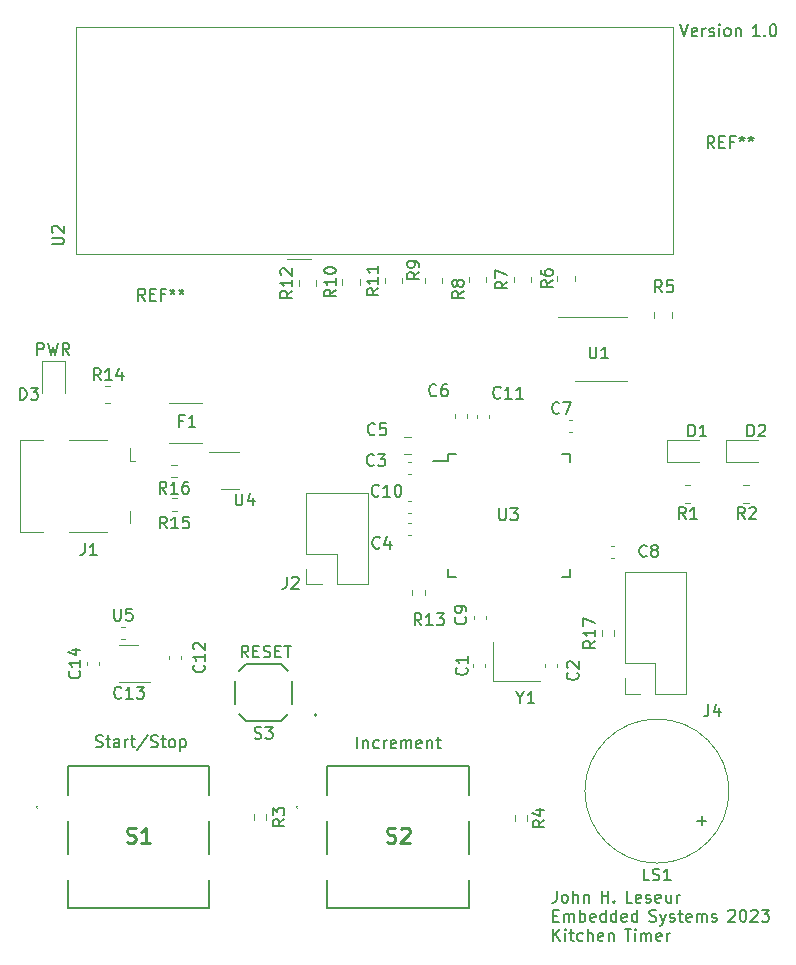
<source format=gbr>
%TF.GenerationSoftware,KiCad,Pcbnew,(7.0.0-0)*%
%TF.CreationDate,2023-04-20T13:26:23-06:00*%
%TF.ProjectId,Phase B - PCB,50686173-6520-4422-902d-205043422e6b,rev?*%
%TF.SameCoordinates,Original*%
%TF.FileFunction,Legend,Top*%
%TF.FilePolarity,Positive*%
%FSLAX46Y46*%
G04 Gerber Fmt 4.6, Leading zero omitted, Abs format (unit mm)*
G04 Created by KiCad (PCBNEW (7.0.0-0)) date 2023-04-20 13:26:23*
%MOMM*%
%LPD*%
G01*
G04 APERTURE LIST*
%ADD10C,0.200000*%
%ADD11C,0.150000*%
%ADD12C,0.254000*%
%ADD13C,0.120000*%
%ADD14C,0.127000*%
%ADD15C,0.100000*%
G04 APERTURE END LIST*
D10*
X139538095Y-117482380D02*
X139538095Y-116482380D01*
X140014285Y-116815714D02*
X140014285Y-117482380D01*
X140014285Y-116910952D02*
X140061904Y-116863333D01*
X140061904Y-116863333D02*
X140157142Y-116815714D01*
X140157142Y-116815714D02*
X140299999Y-116815714D01*
X140299999Y-116815714D02*
X140395237Y-116863333D01*
X140395237Y-116863333D02*
X140442856Y-116958571D01*
X140442856Y-116958571D02*
X140442856Y-117482380D01*
X141347618Y-117434761D02*
X141252380Y-117482380D01*
X141252380Y-117482380D02*
X141061904Y-117482380D01*
X141061904Y-117482380D02*
X140966666Y-117434761D01*
X140966666Y-117434761D02*
X140919047Y-117387142D01*
X140919047Y-117387142D02*
X140871428Y-117291904D01*
X140871428Y-117291904D02*
X140871428Y-117006190D01*
X140871428Y-117006190D02*
X140919047Y-116910952D01*
X140919047Y-116910952D02*
X140966666Y-116863333D01*
X140966666Y-116863333D02*
X141061904Y-116815714D01*
X141061904Y-116815714D02*
X141252380Y-116815714D01*
X141252380Y-116815714D02*
X141347618Y-116863333D01*
X141776190Y-117482380D02*
X141776190Y-116815714D01*
X141776190Y-117006190D02*
X141823809Y-116910952D01*
X141823809Y-116910952D02*
X141871428Y-116863333D01*
X141871428Y-116863333D02*
X141966666Y-116815714D01*
X141966666Y-116815714D02*
X142061904Y-116815714D01*
X142776190Y-117434761D02*
X142680952Y-117482380D01*
X142680952Y-117482380D02*
X142490476Y-117482380D01*
X142490476Y-117482380D02*
X142395238Y-117434761D01*
X142395238Y-117434761D02*
X142347619Y-117339523D01*
X142347619Y-117339523D02*
X142347619Y-116958571D01*
X142347619Y-116958571D02*
X142395238Y-116863333D01*
X142395238Y-116863333D02*
X142490476Y-116815714D01*
X142490476Y-116815714D02*
X142680952Y-116815714D01*
X142680952Y-116815714D02*
X142776190Y-116863333D01*
X142776190Y-116863333D02*
X142823809Y-116958571D01*
X142823809Y-116958571D02*
X142823809Y-117053809D01*
X142823809Y-117053809D02*
X142347619Y-117149047D01*
X143252381Y-117482380D02*
X143252381Y-116815714D01*
X143252381Y-116910952D02*
X143300000Y-116863333D01*
X143300000Y-116863333D02*
X143395238Y-116815714D01*
X143395238Y-116815714D02*
X143538095Y-116815714D01*
X143538095Y-116815714D02*
X143633333Y-116863333D01*
X143633333Y-116863333D02*
X143680952Y-116958571D01*
X143680952Y-116958571D02*
X143680952Y-117482380D01*
X143680952Y-116958571D02*
X143728571Y-116863333D01*
X143728571Y-116863333D02*
X143823809Y-116815714D01*
X143823809Y-116815714D02*
X143966666Y-116815714D01*
X143966666Y-116815714D02*
X144061905Y-116863333D01*
X144061905Y-116863333D02*
X144109524Y-116958571D01*
X144109524Y-116958571D02*
X144109524Y-117482380D01*
X144966666Y-117434761D02*
X144871428Y-117482380D01*
X144871428Y-117482380D02*
X144680952Y-117482380D01*
X144680952Y-117482380D02*
X144585714Y-117434761D01*
X144585714Y-117434761D02*
X144538095Y-117339523D01*
X144538095Y-117339523D02*
X144538095Y-116958571D01*
X144538095Y-116958571D02*
X144585714Y-116863333D01*
X144585714Y-116863333D02*
X144680952Y-116815714D01*
X144680952Y-116815714D02*
X144871428Y-116815714D01*
X144871428Y-116815714D02*
X144966666Y-116863333D01*
X144966666Y-116863333D02*
X145014285Y-116958571D01*
X145014285Y-116958571D02*
X145014285Y-117053809D01*
X145014285Y-117053809D02*
X144538095Y-117149047D01*
X145442857Y-116815714D02*
X145442857Y-117482380D01*
X145442857Y-116910952D02*
X145490476Y-116863333D01*
X145490476Y-116863333D02*
X145585714Y-116815714D01*
X145585714Y-116815714D02*
X145728571Y-116815714D01*
X145728571Y-116815714D02*
X145823809Y-116863333D01*
X145823809Y-116863333D02*
X145871428Y-116958571D01*
X145871428Y-116958571D02*
X145871428Y-117482380D01*
X146204762Y-116815714D02*
X146585714Y-116815714D01*
X146347619Y-116482380D02*
X146347619Y-117339523D01*
X146347619Y-117339523D02*
X146395238Y-117434761D01*
X146395238Y-117434761D02*
X146490476Y-117482380D01*
X146490476Y-117482380D02*
X146585714Y-117482380D01*
X156423809Y-129542380D02*
X156423809Y-130256666D01*
X156423809Y-130256666D02*
X156376190Y-130399523D01*
X156376190Y-130399523D02*
X156280952Y-130494761D01*
X156280952Y-130494761D02*
X156138095Y-130542380D01*
X156138095Y-130542380D02*
X156042857Y-130542380D01*
X157042857Y-130542380D02*
X156947619Y-130494761D01*
X156947619Y-130494761D02*
X156900000Y-130447142D01*
X156900000Y-130447142D02*
X156852381Y-130351904D01*
X156852381Y-130351904D02*
X156852381Y-130066190D01*
X156852381Y-130066190D02*
X156900000Y-129970952D01*
X156900000Y-129970952D02*
X156947619Y-129923333D01*
X156947619Y-129923333D02*
X157042857Y-129875714D01*
X157042857Y-129875714D02*
X157185714Y-129875714D01*
X157185714Y-129875714D02*
X157280952Y-129923333D01*
X157280952Y-129923333D02*
X157328571Y-129970952D01*
X157328571Y-129970952D02*
X157376190Y-130066190D01*
X157376190Y-130066190D02*
X157376190Y-130351904D01*
X157376190Y-130351904D02*
X157328571Y-130447142D01*
X157328571Y-130447142D02*
X157280952Y-130494761D01*
X157280952Y-130494761D02*
X157185714Y-130542380D01*
X157185714Y-130542380D02*
X157042857Y-130542380D01*
X157804762Y-130542380D02*
X157804762Y-129542380D01*
X158233333Y-130542380D02*
X158233333Y-130018571D01*
X158233333Y-130018571D02*
X158185714Y-129923333D01*
X158185714Y-129923333D02*
X158090476Y-129875714D01*
X158090476Y-129875714D02*
X157947619Y-129875714D01*
X157947619Y-129875714D02*
X157852381Y-129923333D01*
X157852381Y-129923333D02*
X157804762Y-129970952D01*
X158709524Y-129875714D02*
X158709524Y-130542380D01*
X158709524Y-129970952D02*
X158757143Y-129923333D01*
X158757143Y-129923333D02*
X158852381Y-129875714D01*
X158852381Y-129875714D02*
X158995238Y-129875714D01*
X158995238Y-129875714D02*
X159090476Y-129923333D01*
X159090476Y-129923333D02*
X159138095Y-130018571D01*
X159138095Y-130018571D02*
X159138095Y-130542380D01*
X160214286Y-130542380D02*
X160214286Y-129542380D01*
X160214286Y-130018571D02*
X160785714Y-130018571D01*
X160785714Y-130542380D02*
X160785714Y-129542380D01*
X161261905Y-130447142D02*
X161309524Y-130494761D01*
X161309524Y-130494761D02*
X161261905Y-130542380D01*
X161261905Y-130542380D02*
X161214286Y-130494761D01*
X161214286Y-130494761D02*
X161261905Y-130447142D01*
X161261905Y-130447142D02*
X161261905Y-130542380D01*
X162814285Y-130542380D02*
X162338095Y-130542380D01*
X162338095Y-130542380D02*
X162338095Y-129542380D01*
X163528571Y-130494761D02*
X163433333Y-130542380D01*
X163433333Y-130542380D02*
X163242857Y-130542380D01*
X163242857Y-130542380D02*
X163147619Y-130494761D01*
X163147619Y-130494761D02*
X163100000Y-130399523D01*
X163100000Y-130399523D02*
X163100000Y-130018571D01*
X163100000Y-130018571D02*
X163147619Y-129923333D01*
X163147619Y-129923333D02*
X163242857Y-129875714D01*
X163242857Y-129875714D02*
X163433333Y-129875714D01*
X163433333Y-129875714D02*
X163528571Y-129923333D01*
X163528571Y-129923333D02*
X163576190Y-130018571D01*
X163576190Y-130018571D02*
X163576190Y-130113809D01*
X163576190Y-130113809D02*
X163100000Y-130209047D01*
X163957143Y-130494761D02*
X164052381Y-130542380D01*
X164052381Y-130542380D02*
X164242857Y-130542380D01*
X164242857Y-130542380D02*
X164338095Y-130494761D01*
X164338095Y-130494761D02*
X164385714Y-130399523D01*
X164385714Y-130399523D02*
X164385714Y-130351904D01*
X164385714Y-130351904D02*
X164338095Y-130256666D01*
X164338095Y-130256666D02*
X164242857Y-130209047D01*
X164242857Y-130209047D02*
X164100000Y-130209047D01*
X164100000Y-130209047D02*
X164004762Y-130161428D01*
X164004762Y-130161428D02*
X163957143Y-130066190D01*
X163957143Y-130066190D02*
X163957143Y-130018571D01*
X163957143Y-130018571D02*
X164004762Y-129923333D01*
X164004762Y-129923333D02*
X164100000Y-129875714D01*
X164100000Y-129875714D02*
X164242857Y-129875714D01*
X164242857Y-129875714D02*
X164338095Y-129923333D01*
X165195238Y-130494761D02*
X165100000Y-130542380D01*
X165100000Y-130542380D02*
X164909524Y-130542380D01*
X164909524Y-130542380D02*
X164814286Y-130494761D01*
X164814286Y-130494761D02*
X164766667Y-130399523D01*
X164766667Y-130399523D02*
X164766667Y-130018571D01*
X164766667Y-130018571D02*
X164814286Y-129923333D01*
X164814286Y-129923333D02*
X164909524Y-129875714D01*
X164909524Y-129875714D02*
X165100000Y-129875714D01*
X165100000Y-129875714D02*
X165195238Y-129923333D01*
X165195238Y-129923333D02*
X165242857Y-130018571D01*
X165242857Y-130018571D02*
X165242857Y-130113809D01*
X165242857Y-130113809D02*
X164766667Y-130209047D01*
X166100000Y-129875714D02*
X166100000Y-130542380D01*
X165671429Y-129875714D02*
X165671429Y-130399523D01*
X165671429Y-130399523D02*
X165719048Y-130494761D01*
X165719048Y-130494761D02*
X165814286Y-130542380D01*
X165814286Y-130542380D02*
X165957143Y-130542380D01*
X165957143Y-130542380D02*
X166052381Y-130494761D01*
X166052381Y-130494761D02*
X166100000Y-130447142D01*
X166576191Y-130542380D02*
X166576191Y-129875714D01*
X166576191Y-130066190D02*
X166623810Y-129970952D01*
X166623810Y-129970952D02*
X166671429Y-129923333D01*
X166671429Y-129923333D02*
X166766667Y-129875714D01*
X166766667Y-129875714D02*
X166861905Y-129875714D01*
X156138095Y-131638571D02*
X156471428Y-131638571D01*
X156614285Y-132162380D02*
X156138095Y-132162380D01*
X156138095Y-132162380D02*
X156138095Y-131162380D01*
X156138095Y-131162380D02*
X156614285Y-131162380D01*
X157042857Y-132162380D02*
X157042857Y-131495714D01*
X157042857Y-131590952D02*
X157090476Y-131543333D01*
X157090476Y-131543333D02*
X157185714Y-131495714D01*
X157185714Y-131495714D02*
X157328571Y-131495714D01*
X157328571Y-131495714D02*
X157423809Y-131543333D01*
X157423809Y-131543333D02*
X157471428Y-131638571D01*
X157471428Y-131638571D02*
X157471428Y-132162380D01*
X157471428Y-131638571D02*
X157519047Y-131543333D01*
X157519047Y-131543333D02*
X157614285Y-131495714D01*
X157614285Y-131495714D02*
X157757142Y-131495714D01*
X157757142Y-131495714D02*
X157852381Y-131543333D01*
X157852381Y-131543333D02*
X157900000Y-131638571D01*
X157900000Y-131638571D02*
X157900000Y-132162380D01*
X158376190Y-132162380D02*
X158376190Y-131162380D01*
X158376190Y-131543333D02*
X158471428Y-131495714D01*
X158471428Y-131495714D02*
X158661904Y-131495714D01*
X158661904Y-131495714D02*
X158757142Y-131543333D01*
X158757142Y-131543333D02*
X158804761Y-131590952D01*
X158804761Y-131590952D02*
X158852380Y-131686190D01*
X158852380Y-131686190D02*
X158852380Y-131971904D01*
X158852380Y-131971904D02*
X158804761Y-132067142D01*
X158804761Y-132067142D02*
X158757142Y-132114761D01*
X158757142Y-132114761D02*
X158661904Y-132162380D01*
X158661904Y-132162380D02*
X158471428Y-132162380D01*
X158471428Y-132162380D02*
X158376190Y-132114761D01*
X159661904Y-132114761D02*
X159566666Y-132162380D01*
X159566666Y-132162380D02*
X159376190Y-132162380D01*
X159376190Y-132162380D02*
X159280952Y-132114761D01*
X159280952Y-132114761D02*
X159233333Y-132019523D01*
X159233333Y-132019523D02*
X159233333Y-131638571D01*
X159233333Y-131638571D02*
X159280952Y-131543333D01*
X159280952Y-131543333D02*
X159376190Y-131495714D01*
X159376190Y-131495714D02*
X159566666Y-131495714D01*
X159566666Y-131495714D02*
X159661904Y-131543333D01*
X159661904Y-131543333D02*
X159709523Y-131638571D01*
X159709523Y-131638571D02*
X159709523Y-131733809D01*
X159709523Y-131733809D02*
X159233333Y-131829047D01*
X160566666Y-132162380D02*
X160566666Y-131162380D01*
X160566666Y-132114761D02*
X160471428Y-132162380D01*
X160471428Y-132162380D02*
X160280952Y-132162380D01*
X160280952Y-132162380D02*
X160185714Y-132114761D01*
X160185714Y-132114761D02*
X160138095Y-132067142D01*
X160138095Y-132067142D02*
X160090476Y-131971904D01*
X160090476Y-131971904D02*
X160090476Y-131686190D01*
X160090476Y-131686190D02*
X160138095Y-131590952D01*
X160138095Y-131590952D02*
X160185714Y-131543333D01*
X160185714Y-131543333D02*
X160280952Y-131495714D01*
X160280952Y-131495714D02*
X160471428Y-131495714D01*
X160471428Y-131495714D02*
X160566666Y-131543333D01*
X161471428Y-132162380D02*
X161471428Y-131162380D01*
X161471428Y-132114761D02*
X161376190Y-132162380D01*
X161376190Y-132162380D02*
X161185714Y-132162380D01*
X161185714Y-132162380D02*
X161090476Y-132114761D01*
X161090476Y-132114761D02*
X161042857Y-132067142D01*
X161042857Y-132067142D02*
X160995238Y-131971904D01*
X160995238Y-131971904D02*
X160995238Y-131686190D01*
X160995238Y-131686190D02*
X161042857Y-131590952D01*
X161042857Y-131590952D02*
X161090476Y-131543333D01*
X161090476Y-131543333D02*
X161185714Y-131495714D01*
X161185714Y-131495714D02*
X161376190Y-131495714D01*
X161376190Y-131495714D02*
X161471428Y-131543333D01*
X162328571Y-132114761D02*
X162233333Y-132162380D01*
X162233333Y-132162380D02*
X162042857Y-132162380D01*
X162042857Y-132162380D02*
X161947619Y-132114761D01*
X161947619Y-132114761D02*
X161900000Y-132019523D01*
X161900000Y-132019523D02*
X161900000Y-131638571D01*
X161900000Y-131638571D02*
X161947619Y-131543333D01*
X161947619Y-131543333D02*
X162042857Y-131495714D01*
X162042857Y-131495714D02*
X162233333Y-131495714D01*
X162233333Y-131495714D02*
X162328571Y-131543333D01*
X162328571Y-131543333D02*
X162376190Y-131638571D01*
X162376190Y-131638571D02*
X162376190Y-131733809D01*
X162376190Y-131733809D02*
X161900000Y-131829047D01*
X163233333Y-132162380D02*
X163233333Y-131162380D01*
X163233333Y-132114761D02*
X163138095Y-132162380D01*
X163138095Y-132162380D02*
X162947619Y-132162380D01*
X162947619Y-132162380D02*
X162852381Y-132114761D01*
X162852381Y-132114761D02*
X162804762Y-132067142D01*
X162804762Y-132067142D02*
X162757143Y-131971904D01*
X162757143Y-131971904D02*
X162757143Y-131686190D01*
X162757143Y-131686190D02*
X162804762Y-131590952D01*
X162804762Y-131590952D02*
X162852381Y-131543333D01*
X162852381Y-131543333D02*
X162947619Y-131495714D01*
X162947619Y-131495714D02*
X163138095Y-131495714D01*
X163138095Y-131495714D02*
X163233333Y-131543333D01*
X164261905Y-132114761D02*
X164404762Y-132162380D01*
X164404762Y-132162380D02*
X164642857Y-132162380D01*
X164642857Y-132162380D02*
X164738095Y-132114761D01*
X164738095Y-132114761D02*
X164785714Y-132067142D01*
X164785714Y-132067142D02*
X164833333Y-131971904D01*
X164833333Y-131971904D02*
X164833333Y-131876666D01*
X164833333Y-131876666D02*
X164785714Y-131781428D01*
X164785714Y-131781428D02*
X164738095Y-131733809D01*
X164738095Y-131733809D02*
X164642857Y-131686190D01*
X164642857Y-131686190D02*
X164452381Y-131638571D01*
X164452381Y-131638571D02*
X164357143Y-131590952D01*
X164357143Y-131590952D02*
X164309524Y-131543333D01*
X164309524Y-131543333D02*
X164261905Y-131448095D01*
X164261905Y-131448095D02*
X164261905Y-131352857D01*
X164261905Y-131352857D02*
X164309524Y-131257619D01*
X164309524Y-131257619D02*
X164357143Y-131210000D01*
X164357143Y-131210000D02*
X164452381Y-131162380D01*
X164452381Y-131162380D02*
X164690476Y-131162380D01*
X164690476Y-131162380D02*
X164833333Y-131210000D01*
X165166667Y-131495714D02*
X165404762Y-132162380D01*
X165642857Y-131495714D02*
X165404762Y-132162380D01*
X165404762Y-132162380D02*
X165309524Y-132400476D01*
X165309524Y-132400476D02*
X165261905Y-132448095D01*
X165261905Y-132448095D02*
X165166667Y-132495714D01*
X165976191Y-132114761D02*
X166071429Y-132162380D01*
X166071429Y-132162380D02*
X166261905Y-132162380D01*
X166261905Y-132162380D02*
X166357143Y-132114761D01*
X166357143Y-132114761D02*
X166404762Y-132019523D01*
X166404762Y-132019523D02*
X166404762Y-131971904D01*
X166404762Y-131971904D02*
X166357143Y-131876666D01*
X166357143Y-131876666D02*
X166261905Y-131829047D01*
X166261905Y-131829047D02*
X166119048Y-131829047D01*
X166119048Y-131829047D02*
X166023810Y-131781428D01*
X166023810Y-131781428D02*
X165976191Y-131686190D01*
X165976191Y-131686190D02*
X165976191Y-131638571D01*
X165976191Y-131638571D02*
X166023810Y-131543333D01*
X166023810Y-131543333D02*
X166119048Y-131495714D01*
X166119048Y-131495714D02*
X166261905Y-131495714D01*
X166261905Y-131495714D02*
X166357143Y-131543333D01*
X166690477Y-131495714D02*
X167071429Y-131495714D01*
X166833334Y-131162380D02*
X166833334Y-132019523D01*
X166833334Y-132019523D02*
X166880953Y-132114761D01*
X166880953Y-132114761D02*
X166976191Y-132162380D01*
X166976191Y-132162380D02*
X167071429Y-132162380D01*
X167785715Y-132114761D02*
X167690477Y-132162380D01*
X167690477Y-132162380D02*
X167500001Y-132162380D01*
X167500001Y-132162380D02*
X167404763Y-132114761D01*
X167404763Y-132114761D02*
X167357144Y-132019523D01*
X167357144Y-132019523D02*
X167357144Y-131638571D01*
X167357144Y-131638571D02*
X167404763Y-131543333D01*
X167404763Y-131543333D02*
X167500001Y-131495714D01*
X167500001Y-131495714D02*
X167690477Y-131495714D01*
X167690477Y-131495714D02*
X167785715Y-131543333D01*
X167785715Y-131543333D02*
X167833334Y-131638571D01*
X167833334Y-131638571D02*
X167833334Y-131733809D01*
X167833334Y-131733809D02*
X167357144Y-131829047D01*
X168261906Y-132162380D02*
X168261906Y-131495714D01*
X168261906Y-131590952D02*
X168309525Y-131543333D01*
X168309525Y-131543333D02*
X168404763Y-131495714D01*
X168404763Y-131495714D02*
X168547620Y-131495714D01*
X168547620Y-131495714D02*
X168642858Y-131543333D01*
X168642858Y-131543333D02*
X168690477Y-131638571D01*
X168690477Y-131638571D02*
X168690477Y-132162380D01*
X168690477Y-131638571D02*
X168738096Y-131543333D01*
X168738096Y-131543333D02*
X168833334Y-131495714D01*
X168833334Y-131495714D02*
X168976191Y-131495714D01*
X168976191Y-131495714D02*
X169071430Y-131543333D01*
X169071430Y-131543333D02*
X169119049Y-131638571D01*
X169119049Y-131638571D02*
X169119049Y-132162380D01*
X169547620Y-132114761D02*
X169642858Y-132162380D01*
X169642858Y-132162380D02*
X169833334Y-132162380D01*
X169833334Y-132162380D02*
X169928572Y-132114761D01*
X169928572Y-132114761D02*
X169976191Y-132019523D01*
X169976191Y-132019523D02*
X169976191Y-131971904D01*
X169976191Y-131971904D02*
X169928572Y-131876666D01*
X169928572Y-131876666D02*
X169833334Y-131829047D01*
X169833334Y-131829047D02*
X169690477Y-131829047D01*
X169690477Y-131829047D02*
X169595239Y-131781428D01*
X169595239Y-131781428D02*
X169547620Y-131686190D01*
X169547620Y-131686190D02*
X169547620Y-131638571D01*
X169547620Y-131638571D02*
X169595239Y-131543333D01*
X169595239Y-131543333D02*
X169690477Y-131495714D01*
X169690477Y-131495714D02*
X169833334Y-131495714D01*
X169833334Y-131495714D02*
X169928572Y-131543333D01*
X170957144Y-131257619D02*
X171004763Y-131210000D01*
X171004763Y-131210000D02*
X171100001Y-131162380D01*
X171100001Y-131162380D02*
X171338096Y-131162380D01*
X171338096Y-131162380D02*
X171433334Y-131210000D01*
X171433334Y-131210000D02*
X171480953Y-131257619D01*
X171480953Y-131257619D02*
X171528572Y-131352857D01*
X171528572Y-131352857D02*
X171528572Y-131448095D01*
X171528572Y-131448095D02*
X171480953Y-131590952D01*
X171480953Y-131590952D02*
X170909525Y-132162380D01*
X170909525Y-132162380D02*
X171528572Y-132162380D01*
X172147620Y-131162380D02*
X172242858Y-131162380D01*
X172242858Y-131162380D02*
X172338096Y-131210000D01*
X172338096Y-131210000D02*
X172385715Y-131257619D01*
X172385715Y-131257619D02*
X172433334Y-131352857D01*
X172433334Y-131352857D02*
X172480953Y-131543333D01*
X172480953Y-131543333D02*
X172480953Y-131781428D01*
X172480953Y-131781428D02*
X172433334Y-131971904D01*
X172433334Y-131971904D02*
X172385715Y-132067142D01*
X172385715Y-132067142D02*
X172338096Y-132114761D01*
X172338096Y-132114761D02*
X172242858Y-132162380D01*
X172242858Y-132162380D02*
X172147620Y-132162380D01*
X172147620Y-132162380D02*
X172052382Y-132114761D01*
X172052382Y-132114761D02*
X172004763Y-132067142D01*
X172004763Y-132067142D02*
X171957144Y-131971904D01*
X171957144Y-131971904D02*
X171909525Y-131781428D01*
X171909525Y-131781428D02*
X171909525Y-131543333D01*
X171909525Y-131543333D02*
X171957144Y-131352857D01*
X171957144Y-131352857D02*
X172004763Y-131257619D01*
X172004763Y-131257619D02*
X172052382Y-131210000D01*
X172052382Y-131210000D02*
X172147620Y-131162380D01*
X172861906Y-131257619D02*
X172909525Y-131210000D01*
X172909525Y-131210000D02*
X173004763Y-131162380D01*
X173004763Y-131162380D02*
X173242858Y-131162380D01*
X173242858Y-131162380D02*
X173338096Y-131210000D01*
X173338096Y-131210000D02*
X173385715Y-131257619D01*
X173385715Y-131257619D02*
X173433334Y-131352857D01*
X173433334Y-131352857D02*
X173433334Y-131448095D01*
X173433334Y-131448095D02*
X173385715Y-131590952D01*
X173385715Y-131590952D02*
X172814287Y-132162380D01*
X172814287Y-132162380D02*
X173433334Y-132162380D01*
X173766668Y-131162380D02*
X174385715Y-131162380D01*
X174385715Y-131162380D02*
X174052382Y-131543333D01*
X174052382Y-131543333D02*
X174195239Y-131543333D01*
X174195239Y-131543333D02*
X174290477Y-131590952D01*
X174290477Y-131590952D02*
X174338096Y-131638571D01*
X174338096Y-131638571D02*
X174385715Y-131733809D01*
X174385715Y-131733809D02*
X174385715Y-131971904D01*
X174385715Y-131971904D02*
X174338096Y-132067142D01*
X174338096Y-132067142D02*
X174290477Y-132114761D01*
X174290477Y-132114761D02*
X174195239Y-132162380D01*
X174195239Y-132162380D02*
X173909525Y-132162380D01*
X173909525Y-132162380D02*
X173814287Y-132114761D01*
X173814287Y-132114761D02*
X173766668Y-132067142D01*
X156138095Y-133782380D02*
X156138095Y-132782380D01*
X156709523Y-133782380D02*
X156280952Y-133210952D01*
X156709523Y-132782380D02*
X156138095Y-133353809D01*
X157138095Y-133782380D02*
X157138095Y-133115714D01*
X157138095Y-132782380D02*
X157090476Y-132830000D01*
X157090476Y-132830000D02*
X157138095Y-132877619D01*
X157138095Y-132877619D02*
X157185714Y-132830000D01*
X157185714Y-132830000D02*
X157138095Y-132782380D01*
X157138095Y-132782380D02*
X157138095Y-132877619D01*
X157471428Y-133115714D02*
X157852380Y-133115714D01*
X157614285Y-132782380D02*
X157614285Y-133639523D01*
X157614285Y-133639523D02*
X157661904Y-133734761D01*
X157661904Y-133734761D02*
X157757142Y-133782380D01*
X157757142Y-133782380D02*
X157852380Y-133782380D01*
X158614285Y-133734761D02*
X158519047Y-133782380D01*
X158519047Y-133782380D02*
X158328571Y-133782380D01*
X158328571Y-133782380D02*
X158233333Y-133734761D01*
X158233333Y-133734761D02*
X158185714Y-133687142D01*
X158185714Y-133687142D02*
X158138095Y-133591904D01*
X158138095Y-133591904D02*
X158138095Y-133306190D01*
X158138095Y-133306190D02*
X158185714Y-133210952D01*
X158185714Y-133210952D02*
X158233333Y-133163333D01*
X158233333Y-133163333D02*
X158328571Y-133115714D01*
X158328571Y-133115714D02*
X158519047Y-133115714D01*
X158519047Y-133115714D02*
X158614285Y-133163333D01*
X159042857Y-133782380D02*
X159042857Y-132782380D01*
X159471428Y-133782380D02*
X159471428Y-133258571D01*
X159471428Y-133258571D02*
X159423809Y-133163333D01*
X159423809Y-133163333D02*
X159328571Y-133115714D01*
X159328571Y-133115714D02*
X159185714Y-133115714D01*
X159185714Y-133115714D02*
X159090476Y-133163333D01*
X159090476Y-133163333D02*
X159042857Y-133210952D01*
X160328571Y-133734761D02*
X160233333Y-133782380D01*
X160233333Y-133782380D02*
X160042857Y-133782380D01*
X160042857Y-133782380D02*
X159947619Y-133734761D01*
X159947619Y-133734761D02*
X159900000Y-133639523D01*
X159900000Y-133639523D02*
X159900000Y-133258571D01*
X159900000Y-133258571D02*
X159947619Y-133163333D01*
X159947619Y-133163333D02*
X160042857Y-133115714D01*
X160042857Y-133115714D02*
X160233333Y-133115714D01*
X160233333Y-133115714D02*
X160328571Y-133163333D01*
X160328571Y-133163333D02*
X160376190Y-133258571D01*
X160376190Y-133258571D02*
X160376190Y-133353809D01*
X160376190Y-133353809D02*
X159900000Y-133449047D01*
X160804762Y-133115714D02*
X160804762Y-133782380D01*
X160804762Y-133210952D02*
X160852381Y-133163333D01*
X160852381Y-133163333D02*
X160947619Y-133115714D01*
X160947619Y-133115714D02*
X161090476Y-133115714D01*
X161090476Y-133115714D02*
X161185714Y-133163333D01*
X161185714Y-133163333D02*
X161233333Y-133258571D01*
X161233333Y-133258571D02*
X161233333Y-133782380D01*
X162166667Y-132782380D02*
X162738095Y-132782380D01*
X162452381Y-133782380D02*
X162452381Y-132782380D01*
X163071429Y-133782380D02*
X163071429Y-133115714D01*
X163071429Y-132782380D02*
X163023810Y-132830000D01*
X163023810Y-132830000D02*
X163071429Y-132877619D01*
X163071429Y-132877619D02*
X163119048Y-132830000D01*
X163119048Y-132830000D02*
X163071429Y-132782380D01*
X163071429Y-132782380D02*
X163071429Y-132877619D01*
X163547619Y-133782380D02*
X163547619Y-133115714D01*
X163547619Y-133210952D02*
X163595238Y-133163333D01*
X163595238Y-133163333D02*
X163690476Y-133115714D01*
X163690476Y-133115714D02*
X163833333Y-133115714D01*
X163833333Y-133115714D02*
X163928571Y-133163333D01*
X163928571Y-133163333D02*
X163976190Y-133258571D01*
X163976190Y-133258571D02*
X163976190Y-133782380D01*
X163976190Y-133258571D02*
X164023809Y-133163333D01*
X164023809Y-133163333D02*
X164119047Y-133115714D01*
X164119047Y-133115714D02*
X164261904Y-133115714D01*
X164261904Y-133115714D02*
X164357143Y-133163333D01*
X164357143Y-133163333D02*
X164404762Y-133258571D01*
X164404762Y-133258571D02*
X164404762Y-133782380D01*
X165261904Y-133734761D02*
X165166666Y-133782380D01*
X165166666Y-133782380D02*
X164976190Y-133782380D01*
X164976190Y-133782380D02*
X164880952Y-133734761D01*
X164880952Y-133734761D02*
X164833333Y-133639523D01*
X164833333Y-133639523D02*
X164833333Y-133258571D01*
X164833333Y-133258571D02*
X164880952Y-133163333D01*
X164880952Y-133163333D02*
X164976190Y-133115714D01*
X164976190Y-133115714D02*
X165166666Y-133115714D01*
X165166666Y-133115714D02*
X165261904Y-133163333D01*
X165261904Y-133163333D02*
X165309523Y-133258571D01*
X165309523Y-133258571D02*
X165309523Y-133353809D01*
X165309523Y-133353809D02*
X164833333Y-133449047D01*
X165738095Y-133782380D02*
X165738095Y-133115714D01*
X165738095Y-133306190D02*
X165785714Y-133210952D01*
X165785714Y-133210952D02*
X165833333Y-133163333D01*
X165833333Y-133163333D02*
X165928571Y-133115714D01*
X165928571Y-133115714D02*
X166023809Y-133115714D01*
X112438095Y-84182380D02*
X112438095Y-83182380D01*
X112438095Y-83182380D02*
X112819047Y-83182380D01*
X112819047Y-83182380D02*
X112914285Y-83230000D01*
X112914285Y-83230000D02*
X112961904Y-83277619D01*
X112961904Y-83277619D02*
X113009523Y-83372857D01*
X113009523Y-83372857D02*
X113009523Y-83515714D01*
X113009523Y-83515714D02*
X112961904Y-83610952D01*
X112961904Y-83610952D02*
X112914285Y-83658571D01*
X112914285Y-83658571D02*
X112819047Y-83706190D01*
X112819047Y-83706190D02*
X112438095Y-83706190D01*
X113342857Y-83182380D02*
X113580952Y-84182380D01*
X113580952Y-84182380D02*
X113771428Y-83468095D01*
X113771428Y-83468095D02*
X113961904Y-84182380D01*
X113961904Y-84182380D02*
X114200000Y-83182380D01*
X115152380Y-84182380D02*
X114819047Y-83706190D01*
X114580952Y-84182380D02*
X114580952Y-83182380D01*
X114580952Y-83182380D02*
X114961904Y-83182380D01*
X114961904Y-83182380D02*
X115057142Y-83230000D01*
X115057142Y-83230000D02*
X115104761Y-83277619D01*
X115104761Y-83277619D02*
X115152380Y-83372857D01*
X115152380Y-83372857D02*
X115152380Y-83515714D01*
X115152380Y-83515714D02*
X115104761Y-83610952D01*
X115104761Y-83610952D02*
X115057142Y-83658571D01*
X115057142Y-83658571D02*
X114961904Y-83706190D01*
X114961904Y-83706190D02*
X114580952Y-83706190D01*
X166895238Y-56182380D02*
X167228571Y-57182380D01*
X167228571Y-57182380D02*
X167561904Y-56182380D01*
X168276190Y-57134761D02*
X168180952Y-57182380D01*
X168180952Y-57182380D02*
X167990476Y-57182380D01*
X167990476Y-57182380D02*
X167895238Y-57134761D01*
X167895238Y-57134761D02*
X167847619Y-57039523D01*
X167847619Y-57039523D02*
X167847619Y-56658571D01*
X167847619Y-56658571D02*
X167895238Y-56563333D01*
X167895238Y-56563333D02*
X167990476Y-56515714D01*
X167990476Y-56515714D02*
X168180952Y-56515714D01*
X168180952Y-56515714D02*
X168276190Y-56563333D01*
X168276190Y-56563333D02*
X168323809Y-56658571D01*
X168323809Y-56658571D02*
X168323809Y-56753809D01*
X168323809Y-56753809D02*
X167847619Y-56849047D01*
X168752381Y-57182380D02*
X168752381Y-56515714D01*
X168752381Y-56706190D02*
X168800000Y-56610952D01*
X168800000Y-56610952D02*
X168847619Y-56563333D01*
X168847619Y-56563333D02*
X168942857Y-56515714D01*
X168942857Y-56515714D02*
X169038095Y-56515714D01*
X169323810Y-57134761D02*
X169419048Y-57182380D01*
X169419048Y-57182380D02*
X169609524Y-57182380D01*
X169609524Y-57182380D02*
X169704762Y-57134761D01*
X169704762Y-57134761D02*
X169752381Y-57039523D01*
X169752381Y-57039523D02*
X169752381Y-56991904D01*
X169752381Y-56991904D02*
X169704762Y-56896666D01*
X169704762Y-56896666D02*
X169609524Y-56849047D01*
X169609524Y-56849047D02*
X169466667Y-56849047D01*
X169466667Y-56849047D02*
X169371429Y-56801428D01*
X169371429Y-56801428D02*
X169323810Y-56706190D01*
X169323810Y-56706190D02*
X169323810Y-56658571D01*
X169323810Y-56658571D02*
X169371429Y-56563333D01*
X169371429Y-56563333D02*
X169466667Y-56515714D01*
X169466667Y-56515714D02*
X169609524Y-56515714D01*
X169609524Y-56515714D02*
X169704762Y-56563333D01*
X170180953Y-57182380D02*
X170180953Y-56515714D01*
X170180953Y-56182380D02*
X170133334Y-56230000D01*
X170133334Y-56230000D02*
X170180953Y-56277619D01*
X170180953Y-56277619D02*
X170228572Y-56230000D01*
X170228572Y-56230000D02*
X170180953Y-56182380D01*
X170180953Y-56182380D02*
X170180953Y-56277619D01*
X170800000Y-57182380D02*
X170704762Y-57134761D01*
X170704762Y-57134761D02*
X170657143Y-57087142D01*
X170657143Y-57087142D02*
X170609524Y-56991904D01*
X170609524Y-56991904D02*
X170609524Y-56706190D01*
X170609524Y-56706190D02*
X170657143Y-56610952D01*
X170657143Y-56610952D02*
X170704762Y-56563333D01*
X170704762Y-56563333D02*
X170800000Y-56515714D01*
X170800000Y-56515714D02*
X170942857Y-56515714D01*
X170942857Y-56515714D02*
X171038095Y-56563333D01*
X171038095Y-56563333D02*
X171085714Y-56610952D01*
X171085714Y-56610952D02*
X171133333Y-56706190D01*
X171133333Y-56706190D02*
X171133333Y-56991904D01*
X171133333Y-56991904D02*
X171085714Y-57087142D01*
X171085714Y-57087142D02*
X171038095Y-57134761D01*
X171038095Y-57134761D02*
X170942857Y-57182380D01*
X170942857Y-57182380D02*
X170800000Y-57182380D01*
X171561905Y-56515714D02*
X171561905Y-57182380D01*
X171561905Y-56610952D02*
X171609524Y-56563333D01*
X171609524Y-56563333D02*
X171704762Y-56515714D01*
X171704762Y-56515714D02*
X171847619Y-56515714D01*
X171847619Y-56515714D02*
X171942857Y-56563333D01*
X171942857Y-56563333D02*
X171990476Y-56658571D01*
X171990476Y-56658571D02*
X171990476Y-57182380D01*
X173590476Y-57182380D02*
X173019048Y-57182380D01*
X173304762Y-57182380D02*
X173304762Y-56182380D01*
X173304762Y-56182380D02*
X173209524Y-56325238D01*
X173209524Y-56325238D02*
X173114286Y-56420476D01*
X173114286Y-56420476D02*
X173019048Y-56468095D01*
X174019048Y-57087142D02*
X174066667Y-57134761D01*
X174066667Y-57134761D02*
X174019048Y-57182380D01*
X174019048Y-57182380D02*
X173971429Y-57134761D01*
X173971429Y-57134761D02*
X174019048Y-57087142D01*
X174019048Y-57087142D02*
X174019048Y-57182380D01*
X174685714Y-56182380D02*
X174780952Y-56182380D01*
X174780952Y-56182380D02*
X174876190Y-56230000D01*
X174876190Y-56230000D02*
X174923809Y-56277619D01*
X174923809Y-56277619D02*
X174971428Y-56372857D01*
X174971428Y-56372857D02*
X175019047Y-56563333D01*
X175019047Y-56563333D02*
X175019047Y-56801428D01*
X175019047Y-56801428D02*
X174971428Y-56991904D01*
X174971428Y-56991904D02*
X174923809Y-57087142D01*
X174923809Y-57087142D02*
X174876190Y-57134761D01*
X174876190Y-57134761D02*
X174780952Y-57182380D01*
X174780952Y-57182380D02*
X174685714Y-57182380D01*
X174685714Y-57182380D02*
X174590476Y-57134761D01*
X174590476Y-57134761D02*
X174542857Y-57087142D01*
X174542857Y-57087142D02*
X174495238Y-56991904D01*
X174495238Y-56991904D02*
X174447619Y-56801428D01*
X174447619Y-56801428D02*
X174447619Y-56563333D01*
X174447619Y-56563333D02*
X174495238Y-56372857D01*
X174495238Y-56372857D02*
X174542857Y-56277619D01*
X174542857Y-56277619D02*
X174590476Y-56230000D01*
X174590476Y-56230000D02*
X174685714Y-56182380D01*
X117390476Y-117334761D02*
X117533333Y-117382380D01*
X117533333Y-117382380D02*
X117771428Y-117382380D01*
X117771428Y-117382380D02*
X117866666Y-117334761D01*
X117866666Y-117334761D02*
X117914285Y-117287142D01*
X117914285Y-117287142D02*
X117961904Y-117191904D01*
X117961904Y-117191904D02*
X117961904Y-117096666D01*
X117961904Y-117096666D02*
X117914285Y-117001428D01*
X117914285Y-117001428D02*
X117866666Y-116953809D01*
X117866666Y-116953809D02*
X117771428Y-116906190D01*
X117771428Y-116906190D02*
X117580952Y-116858571D01*
X117580952Y-116858571D02*
X117485714Y-116810952D01*
X117485714Y-116810952D02*
X117438095Y-116763333D01*
X117438095Y-116763333D02*
X117390476Y-116668095D01*
X117390476Y-116668095D02*
X117390476Y-116572857D01*
X117390476Y-116572857D02*
X117438095Y-116477619D01*
X117438095Y-116477619D02*
X117485714Y-116430000D01*
X117485714Y-116430000D02*
X117580952Y-116382380D01*
X117580952Y-116382380D02*
X117819047Y-116382380D01*
X117819047Y-116382380D02*
X117961904Y-116430000D01*
X118247619Y-116715714D02*
X118628571Y-116715714D01*
X118390476Y-116382380D02*
X118390476Y-117239523D01*
X118390476Y-117239523D02*
X118438095Y-117334761D01*
X118438095Y-117334761D02*
X118533333Y-117382380D01*
X118533333Y-117382380D02*
X118628571Y-117382380D01*
X119390476Y-117382380D02*
X119390476Y-116858571D01*
X119390476Y-116858571D02*
X119342857Y-116763333D01*
X119342857Y-116763333D02*
X119247619Y-116715714D01*
X119247619Y-116715714D02*
X119057143Y-116715714D01*
X119057143Y-116715714D02*
X118961905Y-116763333D01*
X119390476Y-117334761D02*
X119295238Y-117382380D01*
X119295238Y-117382380D02*
X119057143Y-117382380D01*
X119057143Y-117382380D02*
X118961905Y-117334761D01*
X118961905Y-117334761D02*
X118914286Y-117239523D01*
X118914286Y-117239523D02*
X118914286Y-117144285D01*
X118914286Y-117144285D02*
X118961905Y-117049047D01*
X118961905Y-117049047D02*
X119057143Y-117001428D01*
X119057143Y-117001428D02*
X119295238Y-117001428D01*
X119295238Y-117001428D02*
X119390476Y-116953809D01*
X119866667Y-117382380D02*
X119866667Y-116715714D01*
X119866667Y-116906190D02*
X119914286Y-116810952D01*
X119914286Y-116810952D02*
X119961905Y-116763333D01*
X119961905Y-116763333D02*
X120057143Y-116715714D01*
X120057143Y-116715714D02*
X120152381Y-116715714D01*
X120342858Y-116715714D02*
X120723810Y-116715714D01*
X120485715Y-116382380D02*
X120485715Y-117239523D01*
X120485715Y-117239523D02*
X120533334Y-117334761D01*
X120533334Y-117334761D02*
X120628572Y-117382380D01*
X120628572Y-117382380D02*
X120723810Y-117382380D01*
X121771429Y-116334761D02*
X120914287Y-117620476D01*
X122057144Y-117334761D02*
X122200001Y-117382380D01*
X122200001Y-117382380D02*
X122438096Y-117382380D01*
X122438096Y-117382380D02*
X122533334Y-117334761D01*
X122533334Y-117334761D02*
X122580953Y-117287142D01*
X122580953Y-117287142D02*
X122628572Y-117191904D01*
X122628572Y-117191904D02*
X122628572Y-117096666D01*
X122628572Y-117096666D02*
X122580953Y-117001428D01*
X122580953Y-117001428D02*
X122533334Y-116953809D01*
X122533334Y-116953809D02*
X122438096Y-116906190D01*
X122438096Y-116906190D02*
X122247620Y-116858571D01*
X122247620Y-116858571D02*
X122152382Y-116810952D01*
X122152382Y-116810952D02*
X122104763Y-116763333D01*
X122104763Y-116763333D02*
X122057144Y-116668095D01*
X122057144Y-116668095D02*
X122057144Y-116572857D01*
X122057144Y-116572857D02*
X122104763Y-116477619D01*
X122104763Y-116477619D02*
X122152382Y-116430000D01*
X122152382Y-116430000D02*
X122247620Y-116382380D01*
X122247620Y-116382380D02*
X122485715Y-116382380D01*
X122485715Y-116382380D02*
X122628572Y-116430000D01*
X122914287Y-116715714D02*
X123295239Y-116715714D01*
X123057144Y-116382380D02*
X123057144Y-117239523D01*
X123057144Y-117239523D02*
X123104763Y-117334761D01*
X123104763Y-117334761D02*
X123200001Y-117382380D01*
X123200001Y-117382380D02*
X123295239Y-117382380D01*
X123771430Y-117382380D02*
X123676192Y-117334761D01*
X123676192Y-117334761D02*
X123628573Y-117287142D01*
X123628573Y-117287142D02*
X123580954Y-117191904D01*
X123580954Y-117191904D02*
X123580954Y-116906190D01*
X123580954Y-116906190D02*
X123628573Y-116810952D01*
X123628573Y-116810952D02*
X123676192Y-116763333D01*
X123676192Y-116763333D02*
X123771430Y-116715714D01*
X123771430Y-116715714D02*
X123914287Y-116715714D01*
X123914287Y-116715714D02*
X124009525Y-116763333D01*
X124009525Y-116763333D02*
X124057144Y-116810952D01*
X124057144Y-116810952D02*
X124104763Y-116906190D01*
X124104763Y-116906190D02*
X124104763Y-117191904D01*
X124104763Y-117191904D02*
X124057144Y-117287142D01*
X124057144Y-117287142D02*
X124009525Y-117334761D01*
X124009525Y-117334761D02*
X123914287Y-117382380D01*
X123914287Y-117382380D02*
X123771430Y-117382380D01*
X124533335Y-116715714D02*
X124533335Y-117715714D01*
X124533335Y-116763333D02*
X124628573Y-116715714D01*
X124628573Y-116715714D02*
X124819049Y-116715714D01*
X124819049Y-116715714D02*
X124914287Y-116763333D01*
X124914287Y-116763333D02*
X124961906Y-116810952D01*
X124961906Y-116810952D02*
X125009525Y-116906190D01*
X125009525Y-116906190D02*
X125009525Y-117191904D01*
X125009525Y-117191904D02*
X124961906Y-117287142D01*
X124961906Y-117287142D02*
X124914287Y-117334761D01*
X124914287Y-117334761D02*
X124819049Y-117382380D01*
X124819049Y-117382380D02*
X124628573Y-117382380D01*
X124628573Y-117382380D02*
X124533335Y-117334761D01*
X130309523Y-109782380D02*
X129976190Y-109306190D01*
X129738095Y-109782380D02*
X129738095Y-108782380D01*
X129738095Y-108782380D02*
X130119047Y-108782380D01*
X130119047Y-108782380D02*
X130214285Y-108830000D01*
X130214285Y-108830000D02*
X130261904Y-108877619D01*
X130261904Y-108877619D02*
X130309523Y-108972857D01*
X130309523Y-108972857D02*
X130309523Y-109115714D01*
X130309523Y-109115714D02*
X130261904Y-109210952D01*
X130261904Y-109210952D02*
X130214285Y-109258571D01*
X130214285Y-109258571D02*
X130119047Y-109306190D01*
X130119047Y-109306190D02*
X129738095Y-109306190D01*
X130738095Y-109258571D02*
X131071428Y-109258571D01*
X131214285Y-109782380D02*
X130738095Y-109782380D01*
X130738095Y-109782380D02*
X130738095Y-108782380D01*
X130738095Y-108782380D02*
X131214285Y-108782380D01*
X131595238Y-109734761D02*
X131738095Y-109782380D01*
X131738095Y-109782380D02*
X131976190Y-109782380D01*
X131976190Y-109782380D02*
X132071428Y-109734761D01*
X132071428Y-109734761D02*
X132119047Y-109687142D01*
X132119047Y-109687142D02*
X132166666Y-109591904D01*
X132166666Y-109591904D02*
X132166666Y-109496666D01*
X132166666Y-109496666D02*
X132119047Y-109401428D01*
X132119047Y-109401428D02*
X132071428Y-109353809D01*
X132071428Y-109353809D02*
X131976190Y-109306190D01*
X131976190Y-109306190D02*
X131785714Y-109258571D01*
X131785714Y-109258571D02*
X131690476Y-109210952D01*
X131690476Y-109210952D02*
X131642857Y-109163333D01*
X131642857Y-109163333D02*
X131595238Y-109068095D01*
X131595238Y-109068095D02*
X131595238Y-108972857D01*
X131595238Y-108972857D02*
X131642857Y-108877619D01*
X131642857Y-108877619D02*
X131690476Y-108830000D01*
X131690476Y-108830000D02*
X131785714Y-108782380D01*
X131785714Y-108782380D02*
X132023809Y-108782380D01*
X132023809Y-108782380D02*
X132166666Y-108830000D01*
X132595238Y-109258571D02*
X132928571Y-109258571D01*
X133071428Y-109782380D02*
X132595238Y-109782380D01*
X132595238Y-109782380D02*
X132595238Y-108782380D01*
X132595238Y-108782380D02*
X133071428Y-108782380D01*
X133357143Y-108782380D02*
X133928571Y-108782380D01*
X133642857Y-109782380D02*
X133642857Y-108782380D01*
D11*
%TO.C,R9*%
X144767380Y-77166666D02*
X144291190Y-77499999D01*
X144767380Y-77738094D02*
X143767380Y-77738094D01*
X143767380Y-77738094D02*
X143767380Y-77357142D01*
X143767380Y-77357142D02*
X143815000Y-77261904D01*
X143815000Y-77261904D02*
X143862619Y-77214285D01*
X143862619Y-77214285D02*
X143957857Y-77166666D01*
X143957857Y-77166666D02*
X144100714Y-77166666D01*
X144100714Y-77166666D02*
X144195952Y-77214285D01*
X144195952Y-77214285D02*
X144243571Y-77261904D01*
X144243571Y-77261904D02*
X144291190Y-77357142D01*
X144291190Y-77357142D02*
X144291190Y-77738094D01*
X144767380Y-76690475D02*
X144767380Y-76499999D01*
X144767380Y-76499999D02*
X144719761Y-76404761D01*
X144719761Y-76404761D02*
X144672142Y-76357142D01*
X144672142Y-76357142D02*
X144529285Y-76261904D01*
X144529285Y-76261904D02*
X144338809Y-76214285D01*
X144338809Y-76214285D02*
X143957857Y-76214285D01*
X143957857Y-76214285D02*
X143862619Y-76261904D01*
X143862619Y-76261904D02*
X143815000Y-76309523D01*
X143815000Y-76309523D02*
X143767380Y-76404761D01*
X143767380Y-76404761D02*
X143767380Y-76595237D01*
X143767380Y-76595237D02*
X143815000Y-76690475D01*
X143815000Y-76690475D02*
X143862619Y-76738094D01*
X143862619Y-76738094D02*
X143957857Y-76785713D01*
X143957857Y-76785713D02*
X144195952Y-76785713D01*
X144195952Y-76785713D02*
X144291190Y-76738094D01*
X144291190Y-76738094D02*
X144338809Y-76690475D01*
X144338809Y-76690475D02*
X144386428Y-76595237D01*
X144386428Y-76595237D02*
X144386428Y-76404761D01*
X144386428Y-76404761D02*
X144338809Y-76309523D01*
X144338809Y-76309523D02*
X144291190Y-76261904D01*
X144291190Y-76261904D02*
X144195952Y-76214285D01*
%TO.C,R11*%
X141317380Y-78542857D02*
X140841190Y-78876190D01*
X141317380Y-79114285D02*
X140317380Y-79114285D01*
X140317380Y-79114285D02*
X140317380Y-78733333D01*
X140317380Y-78733333D02*
X140365000Y-78638095D01*
X140365000Y-78638095D02*
X140412619Y-78590476D01*
X140412619Y-78590476D02*
X140507857Y-78542857D01*
X140507857Y-78542857D02*
X140650714Y-78542857D01*
X140650714Y-78542857D02*
X140745952Y-78590476D01*
X140745952Y-78590476D02*
X140793571Y-78638095D01*
X140793571Y-78638095D02*
X140841190Y-78733333D01*
X140841190Y-78733333D02*
X140841190Y-79114285D01*
X141317380Y-77590476D02*
X141317380Y-78161904D01*
X141317380Y-77876190D02*
X140317380Y-77876190D01*
X140317380Y-77876190D02*
X140460238Y-77971428D01*
X140460238Y-77971428D02*
X140555476Y-78066666D01*
X140555476Y-78066666D02*
X140603095Y-78161904D01*
X141317380Y-76638095D02*
X141317380Y-77209523D01*
X141317380Y-76923809D02*
X140317380Y-76923809D01*
X140317380Y-76923809D02*
X140460238Y-77019047D01*
X140460238Y-77019047D02*
X140555476Y-77114285D01*
X140555476Y-77114285D02*
X140603095Y-77209523D01*
%TO.C,R16*%
X123357142Y-95917380D02*
X123023809Y-95441190D01*
X122785714Y-95917380D02*
X122785714Y-94917380D01*
X122785714Y-94917380D02*
X123166666Y-94917380D01*
X123166666Y-94917380D02*
X123261904Y-94965000D01*
X123261904Y-94965000D02*
X123309523Y-95012619D01*
X123309523Y-95012619D02*
X123357142Y-95107857D01*
X123357142Y-95107857D02*
X123357142Y-95250714D01*
X123357142Y-95250714D02*
X123309523Y-95345952D01*
X123309523Y-95345952D02*
X123261904Y-95393571D01*
X123261904Y-95393571D02*
X123166666Y-95441190D01*
X123166666Y-95441190D02*
X122785714Y-95441190D01*
X124309523Y-95917380D02*
X123738095Y-95917380D01*
X124023809Y-95917380D02*
X124023809Y-94917380D01*
X124023809Y-94917380D02*
X123928571Y-95060238D01*
X123928571Y-95060238D02*
X123833333Y-95155476D01*
X123833333Y-95155476D02*
X123738095Y-95203095D01*
X125166666Y-94917380D02*
X124976190Y-94917380D01*
X124976190Y-94917380D02*
X124880952Y-94965000D01*
X124880952Y-94965000D02*
X124833333Y-95012619D01*
X124833333Y-95012619D02*
X124738095Y-95155476D01*
X124738095Y-95155476D02*
X124690476Y-95345952D01*
X124690476Y-95345952D02*
X124690476Y-95726904D01*
X124690476Y-95726904D02*
X124738095Y-95822142D01*
X124738095Y-95822142D02*
X124785714Y-95869761D01*
X124785714Y-95869761D02*
X124880952Y-95917380D01*
X124880952Y-95917380D02*
X125071428Y-95917380D01*
X125071428Y-95917380D02*
X125166666Y-95869761D01*
X125166666Y-95869761D02*
X125214285Y-95822142D01*
X125214285Y-95822142D02*
X125261904Y-95726904D01*
X125261904Y-95726904D02*
X125261904Y-95488809D01*
X125261904Y-95488809D02*
X125214285Y-95393571D01*
X125214285Y-95393571D02*
X125166666Y-95345952D01*
X125166666Y-95345952D02*
X125071428Y-95298333D01*
X125071428Y-95298333D02*
X124880952Y-95298333D01*
X124880952Y-95298333D02*
X124785714Y-95345952D01*
X124785714Y-95345952D02*
X124738095Y-95393571D01*
X124738095Y-95393571D02*
X124690476Y-95488809D01*
%TO.C,C9*%
X148672142Y-106366666D02*
X148719761Y-106414285D01*
X148719761Y-106414285D02*
X148767380Y-106557142D01*
X148767380Y-106557142D02*
X148767380Y-106652380D01*
X148767380Y-106652380D02*
X148719761Y-106795237D01*
X148719761Y-106795237D02*
X148624523Y-106890475D01*
X148624523Y-106890475D02*
X148529285Y-106938094D01*
X148529285Y-106938094D02*
X148338809Y-106985713D01*
X148338809Y-106985713D02*
X148195952Y-106985713D01*
X148195952Y-106985713D02*
X148005476Y-106938094D01*
X148005476Y-106938094D02*
X147910238Y-106890475D01*
X147910238Y-106890475D02*
X147815000Y-106795237D01*
X147815000Y-106795237D02*
X147767380Y-106652380D01*
X147767380Y-106652380D02*
X147767380Y-106557142D01*
X147767380Y-106557142D02*
X147815000Y-106414285D01*
X147815000Y-106414285D02*
X147862619Y-106366666D01*
X148767380Y-105890475D02*
X148767380Y-105699999D01*
X148767380Y-105699999D02*
X148719761Y-105604761D01*
X148719761Y-105604761D02*
X148672142Y-105557142D01*
X148672142Y-105557142D02*
X148529285Y-105461904D01*
X148529285Y-105461904D02*
X148338809Y-105414285D01*
X148338809Y-105414285D02*
X147957857Y-105414285D01*
X147957857Y-105414285D02*
X147862619Y-105461904D01*
X147862619Y-105461904D02*
X147815000Y-105509523D01*
X147815000Y-105509523D02*
X147767380Y-105604761D01*
X147767380Y-105604761D02*
X147767380Y-105795237D01*
X147767380Y-105795237D02*
X147815000Y-105890475D01*
X147815000Y-105890475D02*
X147862619Y-105938094D01*
X147862619Y-105938094D02*
X147957857Y-105985713D01*
X147957857Y-105985713D02*
X148195952Y-105985713D01*
X148195952Y-105985713D02*
X148291190Y-105938094D01*
X148291190Y-105938094D02*
X148338809Y-105890475D01*
X148338809Y-105890475D02*
X148386428Y-105795237D01*
X148386428Y-105795237D02*
X148386428Y-105604761D01*
X148386428Y-105604761D02*
X148338809Y-105509523D01*
X148338809Y-105509523D02*
X148291190Y-105461904D01*
X148291190Y-105461904D02*
X148195952Y-105414285D01*
%TO.C,J1*%
X116466666Y-100117380D02*
X116466666Y-100831666D01*
X116466666Y-100831666D02*
X116419047Y-100974523D01*
X116419047Y-100974523D02*
X116323809Y-101069761D01*
X116323809Y-101069761D02*
X116180952Y-101117380D01*
X116180952Y-101117380D02*
X116085714Y-101117380D01*
X117466666Y-101117380D02*
X116895238Y-101117380D01*
X117180952Y-101117380D02*
X117180952Y-100117380D01*
X117180952Y-100117380D02*
X117085714Y-100260238D01*
X117085714Y-100260238D02*
X116990476Y-100355476D01*
X116990476Y-100355476D02*
X116895238Y-100403095D01*
%TO.C,C4*%
X141433333Y-100472142D02*
X141385714Y-100519761D01*
X141385714Y-100519761D02*
X141242857Y-100567380D01*
X141242857Y-100567380D02*
X141147619Y-100567380D01*
X141147619Y-100567380D02*
X141004762Y-100519761D01*
X141004762Y-100519761D02*
X140909524Y-100424523D01*
X140909524Y-100424523D02*
X140861905Y-100329285D01*
X140861905Y-100329285D02*
X140814286Y-100138809D01*
X140814286Y-100138809D02*
X140814286Y-99995952D01*
X140814286Y-99995952D02*
X140861905Y-99805476D01*
X140861905Y-99805476D02*
X140909524Y-99710238D01*
X140909524Y-99710238D02*
X141004762Y-99615000D01*
X141004762Y-99615000D02*
X141147619Y-99567380D01*
X141147619Y-99567380D02*
X141242857Y-99567380D01*
X141242857Y-99567380D02*
X141385714Y-99615000D01*
X141385714Y-99615000D02*
X141433333Y-99662619D01*
X142290476Y-99900714D02*
X142290476Y-100567380D01*
X142052381Y-99519761D02*
X141814286Y-100234047D01*
X141814286Y-100234047D02*
X142433333Y-100234047D01*
%TO.C,S3*%
X130838095Y-116619761D02*
X130980952Y-116667380D01*
X130980952Y-116667380D02*
X131219047Y-116667380D01*
X131219047Y-116667380D02*
X131314285Y-116619761D01*
X131314285Y-116619761D02*
X131361904Y-116572142D01*
X131361904Y-116572142D02*
X131409523Y-116476904D01*
X131409523Y-116476904D02*
X131409523Y-116381666D01*
X131409523Y-116381666D02*
X131361904Y-116286428D01*
X131361904Y-116286428D02*
X131314285Y-116238809D01*
X131314285Y-116238809D02*
X131219047Y-116191190D01*
X131219047Y-116191190D02*
X131028571Y-116143571D01*
X131028571Y-116143571D02*
X130933333Y-116095952D01*
X130933333Y-116095952D02*
X130885714Y-116048333D01*
X130885714Y-116048333D02*
X130838095Y-115953095D01*
X130838095Y-115953095D02*
X130838095Y-115857857D01*
X130838095Y-115857857D02*
X130885714Y-115762619D01*
X130885714Y-115762619D02*
X130933333Y-115715000D01*
X130933333Y-115715000D02*
X131028571Y-115667380D01*
X131028571Y-115667380D02*
X131266666Y-115667380D01*
X131266666Y-115667380D02*
X131409523Y-115715000D01*
X131742857Y-115667380D02*
X132361904Y-115667380D01*
X132361904Y-115667380D02*
X132028571Y-116048333D01*
X132028571Y-116048333D02*
X132171428Y-116048333D01*
X132171428Y-116048333D02*
X132266666Y-116095952D01*
X132266666Y-116095952D02*
X132314285Y-116143571D01*
X132314285Y-116143571D02*
X132361904Y-116238809D01*
X132361904Y-116238809D02*
X132361904Y-116476904D01*
X132361904Y-116476904D02*
X132314285Y-116572142D01*
X132314285Y-116572142D02*
X132266666Y-116619761D01*
X132266666Y-116619761D02*
X132171428Y-116667380D01*
X132171428Y-116667380D02*
X131885714Y-116667380D01*
X131885714Y-116667380D02*
X131790476Y-116619761D01*
X131790476Y-116619761D02*
X131742857Y-116572142D01*
%TO.C,J4*%
X169266666Y-113767380D02*
X169266666Y-114481666D01*
X169266666Y-114481666D02*
X169219047Y-114624523D01*
X169219047Y-114624523D02*
X169123809Y-114719761D01*
X169123809Y-114719761D02*
X168980952Y-114767380D01*
X168980952Y-114767380D02*
X168885714Y-114767380D01*
X170171428Y-114100714D02*
X170171428Y-114767380D01*
X169933333Y-113719761D02*
X169695238Y-114434047D01*
X169695238Y-114434047D02*
X170314285Y-114434047D01*
%TO.C,R5*%
X165333333Y-78867380D02*
X165000000Y-78391190D01*
X164761905Y-78867380D02*
X164761905Y-77867380D01*
X164761905Y-77867380D02*
X165142857Y-77867380D01*
X165142857Y-77867380D02*
X165238095Y-77915000D01*
X165238095Y-77915000D02*
X165285714Y-77962619D01*
X165285714Y-77962619D02*
X165333333Y-78057857D01*
X165333333Y-78057857D02*
X165333333Y-78200714D01*
X165333333Y-78200714D02*
X165285714Y-78295952D01*
X165285714Y-78295952D02*
X165238095Y-78343571D01*
X165238095Y-78343571D02*
X165142857Y-78391190D01*
X165142857Y-78391190D02*
X164761905Y-78391190D01*
X166238095Y-77867380D02*
X165761905Y-77867380D01*
X165761905Y-77867380D02*
X165714286Y-78343571D01*
X165714286Y-78343571D02*
X165761905Y-78295952D01*
X165761905Y-78295952D02*
X165857143Y-78248333D01*
X165857143Y-78248333D02*
X166095238Y-78248333D01*
X166095238Y-78248333D02*
X166190476Y-78295952D01*
X166190476Y-78295952D02*
X166238095Y-78343571D01*
X166238095Y-78343571D02*
X166285714Y-78438809D01*
X166285714Y-78438809D02*
X166285714Y-78676904D01*
X166285714Y-78676904D02*
X166238095Y-78772142D01*
X166238095Y-78772142D02*
X166190476Y-78819761D01*
X166190476Y-78819761D02*
X166095238Y-78867380D01*
X166095238Y-78867380D02*
X165857143Y-78867380D01*
X165857143Y-78867380D02*
X165761905Y-78819761D01*
X165761905Y-78819761D02*
X165714286Y-78772142D01*
%TO.C,U1*%
X159205095Y-83464380D02*
X159205095Y-84273904D01*
X159205095Y-84273904D02*
X159252714Y-84369142D01*
X159252714Y-84369142D02*
X159300333Y-84416761D01*
X159300333Y-84416761D02*
X159395571Y-84464380D01*
X159395571Y-84464380D02*
X159586047Y-84464380D01*
X159586047Y-84464380D02*
X159681285Y-84416761D01*
X159681285Y-84416761D02*
X159728904Y-84369142D01*
X159728904Y-84369142D02*
X159776523Y-84273904D01*
X159776523Y-84273904D02*
X159776523Y-83464380D01*
X160776523Y-84464380D02*
X160205095Y-84464380D01*
X160490809Y-84464380D02*
X160490809Y-83464380D01*
X160490809Y-83464380D02*
X160395571Y-83607238D01*
X160395571Y-83607238D02*
X160300333Y-83702476D01*
X160300333Y-83702476D02*
X160205095Y-83750095D01*
%TO.C,R6*%
X156067380Y-77866666D02*
X155591190Y-78199999D01*
X156067380Y-78438094D02*
X155067380Y-78438094D01*
X155067380Y-78438094D02*
X155067380Y-78057142D01*
X155067380Y-78057142D02*
X155115000Y-77961904D01*
X155115000Y-77961904D02*
X155162619Y-77914285D01*
X155162619Y-77914285D02*
X155257857Y-77866666D01*
X155257857Y-77866666D02*
X155400714Y-77866666D01*
X155400714Y-77866666D02*
X155495952Y-77914285D01*
X155495952Y-77914285D02*
X155543571Y-77961904D01*
X155543571Y-77961904D02*
X155591190Y-78057142D01*
X155591190Y-78057142D02*
X155591190Y-78438094D01*
X155067380Y-77009523D02*
X155067380Y-77199999D01*
X155067380Y-77199999D02*
X155115000Y-77295237D01*
X155115000Y-77295237D02*
X155162619Y-77342856D01*
X155162619Y-77342856D02*
X155305476Y-77438094D01*
X155305476Y-77438094D02*
X155495952Y-77485713D01*
X155495952Y-77485713D02*
X155876904Y-77485713D01*
X155876904Y-77485713D02*
X155972142Y-77438094D01*
X155972142Y-77438094D02*
X156019761Y-77390475D01*
X156019761Y-77390475D02*
X156067380Y-77295237D01*
X156067380Y-77295237D02*
X156067380Y-77104761D01*
X156067380Y-77104761D02*
X156019761Y-77009523D01*
X156019761Y-77009523D02*
X155972142Y-76961904D01*
X155972142Y-76961904D02*
X155876904Y-76914285D01*
X155876904Y-76914285D02*
X155638809Y-76914285D01*
X155638809Y-76914285D02*
X155543571Y-76961904D01*
X155543571Y-76961904D02*
X155495952Y-77009523D01*
X155495952Y-77009523D02*
X155448333Y-77104761D01*
X155448333Y-77104761D02*
X155448333Y-77295237D01*
X155448333Y-77295237D02*
X155495952Y-77390475D01*
X155495952Y-77390475D02*
X155543571Y-77438094D01*
X155543571Y-77438094D02*
X155638809Y-77485713D01*
%TO.C,C5*%
X141033333Y-90872142D02*
X140985714Y-90919761D01*
X140985714Y-90919761D02*
X140842857Y-90967380D01*
X140842857Y-90967380D02*
X140747619Y-90967380D01*
X140747619Y-90967380D02*
X140604762Y-90919761D01*
X140604762Y-90919761D02*
X140509524Y-90824523D01*
X140509524Y-90824523D02*
X140461905Y-90729285D01*
X140461905Y-90729285D02*
X140414286Y-90538809D01*
X140414286Y-90538809D02*
X140414286Y-90395952D01*
X140414286Y-90395952D02*
X140461905Y-90205476D01*
X140461905Y-90205476D02*
X140509524Y-90110238D01*
X140509524Y-90110238D02*
X140604762Y-90015000D01*
X140604762Y-90015000D02*
X140747619Y-89967380D01*
X140747619Y-89967380D02*
X140842857Y-89967380D01*
X140842857Y-89967380D02*
X140985714Y-90015000D01*
X140985714Y-90015000D02*
X141033333Y-90062619D01*
X141938095Y-89967380D02*
X141461905Y-89967380D01*
X141461905Y-89967380D02*
X141414286Y-90443571D01*
X141414286Y-90443571D02*
X141461905Y-90395952D01*
X141461905Y-90395952D02*
X141557143Y-90348333D01*
X141557143Y-90348333D02*
X141795238Y-90348333D01*
X141795238Y-90348333D02*
X141890476Y-90395952D01*
X141890476Y-90395952D02*
X141938095Y-90443571D01*
X141938095Y-90443571D02*
X141985714Y-90538809D01*
X141985714Y-90538809D02*
X141985714Y-90776904D01*
X141985714Y-90776904D02*
X141938095Y-90872142D01*
X141938095Y-90872142D02*
X141890476Y-90919761D01*
X141890476Y-90919761D02*
X141795238Y-90967380D01*
X141795238Y-90967380D02*
X141557143Y-90967380D01*
X141557143Y-90967380D02*
X141461905Y-90919761D01*
X141461905Y-90919761D02*
X141414286Y-90872142D01*
%TO.C,U3*%
X151538095Y-97167380D02*
X151538095Y-97976904D01*
X151538095Y-97976904D02*
X151585714Y-98072142D01*
X151585714Y-98072142D02*
X151633333Y-98119761D01*
X151633333Y-98119761D02*
X151728571Y-98167380D01*
X151728571Y-98167380D02*
X151919047Y-98167380D01*
X151919047Y-98167380D02*
X152014285Y-98119761D01*
X152014285Y-98119761D02*
X152061904Y-98072142D01*
X152061904Y-98072142D02*
X152109523Y-97976904D01*
X152109523Y-97976904D02*
X152109523Y-97167380D01*
X152490476Y-97167380D02*
X153109523Y-97167380D01*
X153109523Y-97167380D02*
X152776190Y-97548333D01*
X152776190Y-97548333D02*
X152919047Y-97548333D01*
X152919047Y-97548333D02*
X153014285Y-97595952D01*
X153014285Y-97595952D02*
X153061904Y-97643571D01*
X153061904Y-97643571D02*
X153109523Y-97738809D01*
X153109523Y-97738809D02*
X153109523Y-97976904D01*
X153109523Y-97976904D02*
X153061904Y-98072142D01*
X153061904Y-98072142D02*
X153014285Y-98119761D01*
X153014285Y-98119761D02*
X152919047Y-98167380D01*
X152919047Y-98167380D02*
X152633333Y-98167380D01*
X152633333Y-98167380D02*
X152538095Y-98119761D01*
X152538095Y-98119761D02*
X152490476Y-98072142D01*
%TO.C,R4*%
X155367380Y-123566666D02*
X154891190Y-123899999D01*
X155367380Y-124138094D02*
X154367380Y-124138094D01*
X154367380Y-124138094D02*
X154367380Y-123757142D01*
X154367380Y-123757142D02*
X154415000Y-123661904D01*
X154415000Y-123661904D02*
X154462619Y-123614285D01*
X154462619Y-123614285D02*
X154557857Y-123566666D01*
X154557857Y-123566666D02*
X154700714Y-123566666D01*
X154700714Y-123566666D02*
X154795952Y-123614285D01*
X154795952Y-123614285D02*
X154843571Y-123661904D01*
X154843571Y-123661904D02*
X154891190Y-123757142D01*
X154891190Y-123757142D02*
X154891190Y-124138094D01*
X154700714Y-122709523D02*
X155367380Y-122709523D01*
X154319761Y-122947618D02*
X155034047Y-123185713D01*
X155034047Y-123185713D02*
X155034047Y-122566666D01*
%TO.C,C1*%
X148772142Y-110643666D02*
X148819761Y-110691285D01*
X148819761Y-110691285D02*
X148867380Y-110834142D01*
X148867380Y-110834142D02*
X148867380Y-110929380D01*
X148867380Y-110929380D02*
X148819761Y-111072237D01*
X148819761Y-111072237D02*
X148724523Y-111167475D01*
X148724523Y-111167475D02*
X148629285Y-111215094D01*
X148629285Y-111215094D02*
X148438809Y-111262713D01*
X148438809Y-111262713D02*
X148295952Y-111262713D01*
X148295952Y-111262713D02*
X148105476Y-111215094D01*
X148105476Y-111215094D02*
X148010238Y-111167475D01*
X148010238Y-111167475D02*
X147915000Y-111072237D01*
X147915000Y-111072237D02*
X147867380Y-110929380D01*
X147867380Y-110929380D02*
X147867380Y-110834142D01*
X147867380Y-110834142D02*
X147915000Y-110691285D01*
X147915000Y-110691285D02*
X147962619Y-110643666D01*
X148867380Y-109691285D02*
X148867380Y-110262713D01*
X148867380Y-109976999D02*
X147867380Y-109976999D01*
X147867380Y-109976999D02*
X148010238Y-110072237D01*
X148010238Y-110072237D02*
X148105476Y-110167475D01*
X148105476Y-110167475D02*
X148153095Y-110262713D01*
%TO.C,C11*%
X151657142Y-87772142D02*
X151609523Y-87819761D01*
X151609523Y-87819761D02*
X151466666Y-87867380D01*
X151466666Y-87867380D02*
X151371428Y-87867380D01*
X151371428Y-87867380D02*
X151228571Y-87819761D01*
X151228571Y-87819761D02*
X151133333Y-87724523D01*
X151133333Y-87724523D02*
X151085714Y-87629285D01*
X151085714Y-87629285D02*
X151038095Y-87438809D01*
X151038095Y-87438809D02*
X151038095Y-87295952D01*
X151038095Y-87295952D02*
X151085714Y-87105476D01*
X151085714Y-87105476D02*
X151133333Y-87010238D01*
X151133333Y-87010238D02*
X151228571Y-86915000D01*
X151228571Y-86915000D02*
X151371428Y-86867380D01*
X151371428Y-86867380D02*
X151466666Y-86867380D01*
X151466666Y-86867380D02*
X151609523Y-86915000D01*
X151609523Y-86915000D02*
X151657142Y-86962619D01*
X152609523Y-87867380D02*
X152038095Y-87867380D01*
X152323809Y-87867380D02*
X152323809Y-86867380D01*
X152323809Y-86867380D02*
X152228571Y-87010238D01*
X152228571Y-87010238D02*
X152133333Y-87105476D01*
X152133333Y-87105476D02*
X152038095Y-87153095D01*
X153561904Y-87867380D02*
X152990476Y-87867380D01*
X153276190Y-87867380D02*
X153276190Y-86867380D01*
X153276190Y-86867380D02*
X153180952Y-87010238D01*
X153180952Y-87010238D02*
X153085714Y-87105476D01*
X153085714Y-87105476D02*
X152990476Y-87153095D01*
%TO.C,R2*%
X172333333Y-98067380D02*
X172000000Y-97591190D01*
X171761905Y-98067380D02*
X171761905Y-97067380D01*
X171761905Y-97067380D02*
X172142857Y-97067380D01*
X172142857Y-97067380D02*
X172238095Y-97115000D01*
X172238095Y-97115000D02*
X172285714Y-97162619D01*
X172285714Y-97162619D02*
X172333333Y-97257857D01*
X172333333Y-97257857D02*
X172333333Y-97400714D01*
X172333333Y-97400714D02*
X172285714Y-97495952D01*
X172285714Y-97495952D02*
X172238095Y-97543571D01*
X172238095Y-97543571D02*
X172142857Y-97591190D01*
X172142857Y-97591190D02*
X171761905Y-97591190D01*
X172714286Y-97162619D02*
X172761905Y-97115000D01*
X172761905Y-97115000D02*
X172857143Y-97067380D01*
X172857143Y-97067380D02*
X173095238Y-97067380D01*
X173095238Y-97067380D02*
X173190476Y-97115000D01*
X173190476Y-97115000D02*
X173238095Y-97162619D01*
X173238095Y-97162619D02*
X173285714Y-97257857D01*
X173285714Y-97257857D02*
X173285714Y-97353095D01*
X173285714Y-97353095D02*
X173238095Y-97495952D01*
X173238095Y-97495952D02*
X172666667Y-98067380D01*
X172666667Y-98067380D02*
X173285714Y-98067380D01*
%TO.C,C14*%
X115986142Y-110938857D02*
X116033761Y-110986476D01*
X116033761Y-110986476D02*
X116081380Y-111129333D01*
X116081380Y-111129333D02*
X116081380Y-111224571D01*
X116081380Y-111224571D02*
X116033761Y-111367428D01*
X116033761Y-111367428D02*
X115938523Y-111462666D01*
X115938523Y-111462666D02*
X115843285Y-111510285D01*
X115843285Y-111510285D02*
X115652809Y-111557904D01*
X115652809Y-111557904D02*
X115509952Y-111557904D01*
X115509952Y-111557904D02*
X115319476Y-111510285D01*
X115319476Y-111510285D02*
X115224238Y-111462666D01*
X115224238Y-111462666D02*
X115129000Y-111367428D01*
X115129000Y-111367428D02*
X115081380Y-111224571D01*
X115081380Y-111224571D02*
X115081380Y-111129333D01*
X115081380Y-111129333D02*
X115129000Y-110986476D01*
X115129000Y-110986476D02*
X115176619Y-110938857D01*
X116081380Y-109986476D02*
X116081380Y-110557904D01*
X116081380Y-110272190D02*
X115081380Y-110272190D01*
X115081380Y-110272190D02*
X115224238Y-110367428D01*
X115224238Y-110367428D02*
X115319476Y-110462666D01*
X115319476Y-110462666D02*
X115367095Y-110557904D01*
X115414714Y-109129333D02*
X116081380Y-109129333D01*
X115033761Y-109367428D02*
X115748047Y-109605523D01*
X115748047Y-109605523D02*
X115748047Y-108986476D01*
%TO.C,R15*%
X123407142Y-98867380D02*
X123073809Y-98391190D01*
X122835714Y-98867380D02*
X122835714Y-97867380D01*
X122835714Y-97867380D02*
X123216666Y-97867380D01*
X123216666Y-97867380D02*
X123311904Y-97915000D01*
X123311904Y-97915000D02*
X123359523Y-97962619D01*
X123359523Y-97962619D02*
X123407142Y-98057857D01*
X123407142Y-98057857D02*
X123407142Y-98200714D01*
X123407142Y-98200714D02*
X123359523Y-98295952D01*
X123359523Y-98295952D02*
X123311904Y-98343571D01*
X123311904Y-98343571D02*
X123216666Y-98391190D01*
X123216666Y-98391190D02*
X122835714Y-98391190D01*
X124359523Y-98867380D02*
X123788095Y-98867380D01*
X124073809Y-98867380D02*
X124073809Y-97867380D01*
X124073809Y-97867380D02*
X123978571Y-98010238D01*
X123978571Y-98010238D02*
X123883333Y-98105476D01*
X123883333Y-98105476D02*
X123788095Y-98153095D01*
X125264285Y-97867380D02*
X124788095Y-97867380D01*
X124788095Y-97867380D02*
X124740476Y-98343571D01*
X124740476Y-98343571D02*
X124788095Y-98295952D01*
X124788095Y-98295952D02*
X124883333Y-98248333D01*
X124883333Y-98248333D02*
X125121428Y-98248333D01*
X125121428Y-98248333D02*
X125216666Y-98295952D01*
X125216666Y-98295952D02*
X125264285Y-98343571D01*
X125264285Y-98343571D02*
X125311904Y-98438809D01*
X125311904Y-98438809D02*
X125311904Y-98676904D01*
X125311904Y-98676904D02*
X125264285Y-98772142D01*
X125264285Y-98772142D02*
X125216666Y-98819761D01*
X125216666Y-98819761D02*
X125121428Y-98867380D01*
X125121428Y-98867380D02*
X124883333Y-98867380D01*
X124883333Y-98867380D02*
X124788095Y-98819761D01*
X124788095Y-98819761D02*
X124740476Y-98772142D01*
%TO.C,R10*%
X137717380Y-78642857D02*
X137241190Y-78976190D01*
X137717380Y-79214285D02*
X136717380Y-79214285D01*
X136717380Y-79214285D02*
X136717380Y-78833333D01*
X136717380Y-78833333D02*
X136765000Y-78738095D01*
X136765000Y-78738095D02*
X136812619Y-78690476D01*
X136812619Y-78690476D02*
X136907857Y-78642857D01*
X136907857Y-78642857D02*
X137050714Y-78642857D01*
X137050714Y-78642857D02*
X137145952Y-78690476D01*
X137145952Y-78690476D02*
X137193571Y-78738095D01*
X137193571Y-78738095D02*
X137241190Y-78833333D01*
X137241190Y-78833333D02*
X137241190Y-79214285D01*
X137717380Y-77690476D02*
X137717380Y-78261904D01*
X137717380Y-77976190D02*
X136717380Y-77976190D01*
X136717380Y-77976190D02*
X136860238Y-78071428D01*
X136860238Y-78071428D02*
X136955476Y-78166666D01*
X136955476Y-78166666D02*
X137003095Y-78261904D01*
X136717380Y-77071428D02*
X136717380Y-76976190D01*
X136717380Y-76976190D02*
X136765000Y-76880952D01*
X136765000Y-76880952D02*
X136812619Y-76833333D01*
X136812619Y-76833333D02*
X136907857Y-76785714D01*
X136907857Y-76785714D02*
X137098333Y-76738095D01*
X137098333Y-76738095D02*
X137336428Y-76738095D01*
X137336428Y-76738095D02*
X137526904Y-76785714D01*
X137526904Y-76785714D02*
X137622142Y-76833333D01*
X137622142Y-76833333D02*
X137669761Y-76880952D01*
X137669761Y-76880952D02*
X137717380Y-76976190D01*
X137717380Y-76976190D02*
X137717380Y-77071428D01*
X137717380Y-77071428D02*
X137669761Y-77166666D01*
X137669761Y-77166666D02*
X137622142Y-77214285D01*
X137622142Y-77214285D02*
X137526904Y-77261904D01*
X137526904Y-77261904D02*
X137336428Y-77309523D01*
X137336428Y-77309523D02*
X137098333Y-77309523D01*
X137098333Y-77309523D02*
X136907857Y-77261904D01*
X136907857Y-77261904D02*
X136812619Y-77214285D01*
X136812619Y-77214285D02*
X136765000Y-77166666D01*
X136765000Y-77166666D02*
X136717380Y-77071428D01*
%TO.C,C6*%
X146233333Y-87572142D02*
X146185714Y-87619761D01*
X146185714Y-87619761D02*
X146042857Y-87667380D01*
X146042857Y-87667380D02*
X145947619Y-87667380D01*
X145947619Y-87667380D02*
X145804762Y-87619761D01*
X145804762Y-87619761D02*
X145709524Y-87524523D01*
X145709524Y-87524523D02*
X145661905Y-87429285D01*
X145661905Y-87429285D02*
X145614286Y-87238809D01*
X145614286Y-87238809D02*
X145614286Y-87095952D01*
X145614286Y-87095952D02*
X145661905Y-86905476D01*
X145661905Y-86905476D02*
X145709524Y-86810238D01*
X145709524Y-86810238D02*
X145804762Y-86715000D01*
X145804762Y-86715000D02*
X145947619Y-86667380D01*
X145947619Y-86667380D02*
X146042857Y-86667380D01*
X146042857Y-86667380D02*
X146185714Y-86715000D01*
X146185714Y-86715000D02*
X146233333Y-86762619D01*
X147090476Y-86667380D02*
X146900000Y-86667380D01*
X146900000Y-86667380D02*
X146804762Y-86715000D01*
X146804762Y-86715000D02*
X146757143Y-86762619D01*
X146757143Y-86762619D02*
X146661905Y-86905476D01*
X146661905Y-86905476D02*
X146614286Y-87095952D01*
X146614286Y-87095952D02*
X146614286Y-87476904D01*
X146614286Y-87476904D02*
X146661905Y-87572142D01*
X146661905Y-87572142D02*
X146709524Y-87619761D01*
X146709524Y-87619761D02*
X146804762Y-87667380D01*
X146804762Y-87667380D02*
X146995238Y-87667380D01*
X146995238Y-87667380D02*
X147090476Y-87619761D01*
X147090476Y-87619761D02*
X147138095Y-87572142D01*
X147138095Y-87572142D02*
X147185714Y-87476904D01*
X147185714Y-87476904D02*
X147185714Y-87238809D01*
X147185714Y-87238809D02*
X147138095Y-87143571D01*
X147138095Y-87143571D02*
X147090476Y-87095952D01*
X147090476Y-87095952D02*
X146995238Y-87048333D01*
X146995238Y-87048333D02*
X146804762Y-87048333D01*
X146804762Y-87048333D02*
X146709524Y-87095952D01*
X146709524Y-87095952D02*
X146661905Y-87143571D01*
X146661905Y-87143571D02*
X146614286Y-87238809D01*
%TO.C,C13*%
X119557142Y-113172142D02*
X119509523Y-113219761D01*
X119509523Y-113219761D02*
X119366666Y-113267380D01*
X119366666Y-113267380D02*
X119271428Y-113267380D01*
X119271428Y-113267380D02*
X119128571Y-113219761D01*
X119128571Y-113219761D02*
X119033333Y-113124523D01*
X119033333Y-113124523D02*
X118985714Y-113029285D01*
X118985714Y-113029285D02*
X118938095Y-112838809D01*
X118938095Y-112838809D02*
X118938095Y-112695952D01*
X118938095Y-112695952D02*
X118985714Y-112505476D01*
X118985714Y-112505476D02*
X119033333Y-112410238D01*
X119033333Y-112410238D02*
X119128571Y-112315000D01*
X119128571Y-112315000D02*
X119271428Y-112267380D01*
X119271428Y-112267380D02*
X119366666Y-112267380D01*
X119366666Y-112267380D02*
X119509523Y-112315000D01*
X119509523Y-112315000D02*
X119557142Y-112362619D01*
X120509523Y-113267380D02*
X119938095Y-113267380D01*
X120223809Y-113267380D02*
X120223809Y-112267380D01*
X120223809Y-112267380D02*
X120128571Y-112410238D01*
X120128571Y-112410238D02*
X120033333Y-112505476D01*
X120033333Y-112505476D02*
X119938095Y-112553095D01*
X120842857Y-112267380D02*
X121461904Y-112267380D01*
X121461904Y-112267380D02*
X121128571Y-112648333D01*
X121128571Y-112648333D02*
X121271428Y-112648333D01*
X121271428Y-112648333D02*
X121366666Y-112695952D01*
X121366666Y-112695952D02*
X121414285Y-112743571D01*
X121414285Y-112743571D02*
X121461904Y-112838809D01*
X121461904Y-112838809D02*
X121461904Y-113076904D01*
X121461904Y-113076904D02*
X121414285Y-113172142D01*
X121414285Y-113172142D02*
X121366666Y-113219761D01*
X121366666Y-113219761D02*
X121271428Y-113267380D01*
X121271428Y-113267380D02*
X120985714Y-113267380D01*
X120985714Y-113267380D02*
X120890476Y-113219761D01*
X120890476Y-113219761D02*
X120842857Y-113172142D01*
%TO.C,R14*%
X117807142Y-86317380D02*
X117473809Y-85841190D01*
X117235714Y-86317380D02*
X117235714Y-85317380D01*
X117235714Y-85317380D02*
X117616666Y-85317380D01*
X117616666Y-85317380D02*
X117711904Y-85365000D01*
X117711904Y-85365000D02*
X117759523Y-85412619D01*
X117759523Y-85412619D02*
X117807142Y-85507857D01*
X117807142Y-85507857D02*
X117807142Y-85650714D01*
X117807142Y-85650714D02*
X117759523Y-85745952D01*
X117759523Y-85745952D02*
X117711904Y-85793571D01*
X117711904Y-85793571D02*
X117616666Y-85841190D01*
X117616666Y-85841190D02*
X117235714Y-85841190D01*
X118759523Y-86317380D02*
X118188095Y-86317380D01*
X118473809Y-86317380D02*
X118473809Y-85317380D01*
X118473809Y-85317380D02*
X118378571Y-85460238D01*
X118378571Y-85460238D02*
X118283333Y-85555476D01*
X118283333Y-85555476D02*
X118188095Y-85603095D01*
X119616666Y-85650714D02*
X119616666Y-86317380D01*
X119378571Y-85269761D02*
X119140476Y-85984047D01*
X119140476Y-85984047D02*
X119759523Y-85984047D01*
%TO.C,C7*%
X156633333Y-89072142D02*
X156585714Y-89119761D01*
X156585714Y-89119761D02*
X156442857Y-89167380D01*
X156442857Y-89167380D02*
X156347619Y-89167380D01*
X156347619Y-89167380D02*
X156204762Y-89119761D01*
X156204762Y-89119761D02*
X156109524Y-89024523D01*
X156109524Y-89024523D02*
X156061905Y-88929285D01*
X156061905Y-88929285D02*
X156014286Y-88738809D01*
X156014286Y-88738809D02*
X156014286Y-88595952D01*
X156014286Y-88595952D02*
X156061905Y-88405476D01*
X156061905Y-88405476D02*
X156109524Y-88310238D01*
X156109524Y-88310238D02*
X156204762Y-88215000D01*
X156204762Y-88215000D02*
X156347619Y-88167380D01*
X156347619Y-88167380D02*
X156442857Y-88167380D01*
X156442857Y-88167380D02*
X156585714Y-88215000D01*
X156585714Y-88215000D02*
X156633333Y-88262619D01*
X156966667Y-88167380D02*
X157633333Y-88167380D01*
X157633333Y-88167380D02*
X157204762Y-89167380D01*
%TO.C,REF\u002A\u002A*%
X169766666Y-66667380D02*
X169433333Y-66191190D01*
X169195238Y-66667380D02*
X169195238Y-65667380D01*
X169195238Y-65667380D02*
X169576190Y-65667380D01*
X169576190Y-65667380D02*
X169671428Y-65715000D01*
X169671428Y-65715000D02*
X169719047Y-65762619D01*
X169719047Y-65762619D02*
X169766666Y-65857857D01*
X169766666Y-65857857D02*
X169766666Y-66000714D01*
X169766666Y-66000714D02*
X169719047Y-66095952D01*
X169719047Y-66095952D02*
X169671428Y-66143571D01*
X169671428Y-66143571D02*
X169576190Y-66191190D01*
X169576190Y-66191190D02*
X169195238Y-66191190D01*
X170195238Y-66143571D02*
X170528571Y-66143571D01*
X170671428Y-66667380D02*
X170195238Y-66667380D01*
X170195238Y-66667380D02*
X170195238Y-65667380D01*
X170195238Y-65667380D02*
X170671428Y-65667380D01*
X171433333Y-66143571D02*
X171100000Y-66143571D01*
X171100000Y-66667380D02*
X171100000Y-65667380D01*
X171100000Y-65667380D02*
X171576190Y-65667380D01*
X172100000Y-65667380D02*
X172100000Y-65905476D01*
X171861905Y-65810238D02*
X172100000Y-65905476D01*
X172100000Y-65905476D02*
X172338095Y-65810238D01*
X171957143Y-66095952D02*
X172100000Y-65905476D01*
X172100000Y-65905476D02*
X172242857Y-66095952D01*
X172861905Y-65667380D02*
X172861905Y-65905476D01*
X172623810Y-65810238D02*
X172861905Y-65905476D01*
X172861905Y-65905476D02*
X173100000Y-65810238D01*
X172719048Y-66095952D02*
X172861905Y-65905476D01*
X172861905Y-65905476D02*
X173004762Y-66095952D01*
%TO.C,U5*%
X118938095Y-105667380D02*
X118938095Y-106476904D01*
X118938095Y-106476904D02*
X118985714Y-106572142D01*
X118985714Y-106572142D02*
X119033333Y-106619761D01*
X119033333Y-106619761D02*
X119128571Y-106667380D01*
X119128571Y-106667380D02*
X119319047Y-106667380D01*
X119319047Y-106667380D02*
X119414285Y-106619761D01*
X119414285Y-106619761D02*
X119461904Y-106572142D01*
X119461904Y-106572142D02*
X119509523Y-106476904D01*
X119509523Y-106476904D02*
X119509523Y-105667380D01*
X120461904Y-105667380D02*
X119985714Y-105667380D01*
X119985714Y-105667380D02*
X119938095Y-106143571D01*
X119938095Y-106143571D02*
X119985714Y-106095952D01*
X119985714Y-106095952D02*
X120080952Y-106048333D01*
X120080952Y-106048333D02*
X120319047Y-106048333D01*
X120319047Y-106048333D02*
X120414285Y-106095952D01*
X120414285Y-106095952D02*
X120461904Y-106143571D01*
X120461904Y-106143571D02*
X120509523Y-106238809D01*
X120509523Y-106238809D02*
X120509523Y-106476904D01*
X120509523Y-106476904D02*
X120461904Y-106572142D01*
X120461904Y-106572142D02*
X120414285Y-106619761D01*
X120414285Y-106619761D02*
X120319047Y-106667380D01*
X120319047Y-106667380D02*
X120080952Y-106667380D01*
X120080952Y-106667380D02*
X119985714Y-106619761D01*
X119985714Y-106619761D02*
X119938095Y-106572142D01*
%TO.C,Y1*%
X153323809Y-113191190D02*
X153323809Y-113667380D01*
X152990476Y-112667380D02*
X153323809Y-113191190D01*
X153323809Y-113191190D02*
X153657142Y-112667380D01*
X154514285Y-113667380D02*
X153942857Y-113667380D01*
X154228571Y-113667380D02*
X154228571Y-112667380D01*
X154228571Y-112667380D02*
X154133333Y-112810238D01*
X154133333Y-112810238D02*
X154038095Y-112905476D01*
X154038095Y-112905476D02*
X153942857Y-112953095D01*
%TO.C,C12*%
X126532142Y-110442857D02*
X126579761Y-110490476D01*
X126579761Y-110490476D02*
X126627380Y-110633333D01*
X126627380Y-110633333D02*
X126627380Y-110728571D01*
X126627380Y-110728571D02*
X126579761Y-110871428D01*
X126579761Y-110871428D02*
X126484523Y-110966666D01*
X126484523Y-110966666D02*
X126389285Y-111014285D01*
X126389285Y-111014285D02*
X126198809Y-111061904D01*
X126198809Y-111061904D02*
X126055952Y-111061904D01*
X126055952Y-111061904D02*
X125865476Y-111014285D01*
X125865476Y-111014285D02*
X125770238Y-110966666D01*
X125770238Y-110966666D02*
X125675000Y-110871428D01*
X125675000Y-110871428D02*
X125627380Y-110728571D01*
X125627380Y-110728571D02*
X125627380Y-110633333D01*
X125627380Y-110633333D02*
X125675000Y-110490476D01*
X125675000Y-110490476D02*
X125722619Y-110442857D01*
X126627380Y-109490476D02*
X126627380Y-110061904D01*
X126627380Y-109776190D02*
X125627380Y-109776190D01*
X125627380Y-109776190D02*
X125770238Y-109871428D01*
X125770238Y-109871428D02*
X125865476Y-109966666D01*
X125865476Y-109966666D02*
X125913095Y-110061904D01*
X125722619Y-109109523D02*
X125675000Y-109061904D01*
X125675000Y-109061904D02*
X125627380Y-108966666D01*
X125627380Y-108966666D02*
X125627380Y-108728571D01*
X125627380Y-108728571D02*
X125675000Y-108633333D01*
X125675000Y-108633333D02*
X125722619Y-108585714D01*
X125722619Y-108585714D02*
X125817857Y-108538095D01*
X125817857Y-108538095D02*
X125913095Y-108538095D01*
X125913095Y-108538095D02*
X126055952Y-108585714D01*
X126055952Y-108585714D02*
X126627380Y-109157142D01*
X126627380Y-109157142D02*
X126627380Y-108538095D01*
%TO.C,D2*%
X172561905Y-91067380D02*
X172561905Y-90067380D01*
X172561905Y-90067380D02*
X172800000Y-90067380D01*
X172800000Y-90067380D02*
X172942857Y-90115000D01*
X172942857Y-90115000D02*
X173038095Y-90210238D01*
X173038095Y-90210238D02*
X173085714Y-90305476D01*
X173085714Y-90305476D02*
X173133333Y-90495952D01*
X173133333Y-90495952D02*
X173133333Y-90638809D01*
X173133333Y-90638809D02*
X173085714Y-90829285D01*
X173085714Y-90829285D02*
X173038095Y-90924523D01*
X173038095Y-90924523D02*
X172942857Y-91019761D01*
X172942857Y-91019761D02*
X172800000Y-91067380D01*
X172800000Y-91067380D02*
X172561905Y-91067380D01*
X173514286Y-90162619D02*
X173561905Y-90115000D01*
X173561905Y-90115000D02*
X173657143Y-90067380D01*
X173657143Y-90067380D02*
X173895238Y-90067380D01*
X173895238Y-90067380D02*
X173990476Y-90115000D01*
X173990476Y-90115000D02*
X174038095Y-90162619D01*
X174038095Y-90162619D02*
X174085714Y-90257857D01*
X174085714Y-90257857D02*
X174085714Y-90353095D01*
X174085714Y-90353095D02*
X174038095Y-90495952D01*
X174038095Y-90495952D02*
X173466667Y-91067380D01*
X173466667Y-91067380D02*
X174085714Y-91067380D01*
%TO.C,J2*%
X133566666Y-102967380D02*
X133566666Y-103681666D01*
X133566666Y-103681666D02*
X133519047Y-103824523D01*
X133519047Y-103824523D02*
X133423809Y-103919761D01*
X133423809Y-103919761D02*
X133280952Y-103967380D01*
X133280952Y-103967380D02*
X133185714Y-103967380D01*
X133995238Y-103062619D02*
X134042857Y-103015000D01*
X134042857Y-103015000D02*
X134138095Y-102967380D01*
X134138095Y-102967380D02*
X134376190Y-102967380D01*
X134376190Y-102967380D02*
X134471428Y-103015000D01*
X134471428Y-103015000D02*
X134519047Y-103062619D01*
X134519047Y-103062619D02*
X134566666Y-103157857D01*
X134566666Y-103157857D02*
X134566666Y-103253095D01*
X134566666Y-103253095D02*
X134519047Y-103395952D01*
X134519047Y-103395952D02*
X133947619Y-103967380D01*
X133947619Y-103967380D02*
X134566666Y-103967380D01*
%TO.C,LS1*%
X164257142Y-128667380D02*
X163780952Y-128667380D01*
X163780952Y-128667380D02*
X163780952Y-127667380D01*
X164542857Y-128619761D02*
X164685714Y-128667380D01*
X164685714Y-128667380D02*
X164923809Y-128667380D01*
X164923809Y-128667380D02*
X165019047Y-128619761D01*
X165019047Y-128619761D02*
X165066666Y-128572142D01*
X165066666Y-128572142D02*
X165114285Y-128476904D01*
X165114285Y-128476904D02*
X165114285Y-128381666D01*
X165114285Y-128381666D02*
X165066666Y-128286428D01*
X165066666Y-128286428D02*
X165019047Y-128238809D01*
X165019047Y-128238809D02*
X164923809Y-128191190D01*
X164923809Y-128191190D02*
X164733333Y-128143571D01*
X164733333Y-128143571D02*
X164638095Y-128095952D01*
X164638095Y-128095952D02*
X164590476Y-128048333D01*
X164590476Y-128048333D02*
X164542857Y-127953095D01*
X164542857Y-127953095D02*
X164542857Y-127857857D01*
X164542857Y-127857857D02*
X164590476Y-127762619D01*
X164590476Y-127762619D02*
X164638095Y-127715000D01*
X164638095Y-127715000D02*
X164733333Y-127667380D01*
X164733333Y-127667380D02*
X164971428Y-127667380D01*
X164971428Y-127667380D02*
X165114285Y-127715000D01*
X166066666Y-128667380D02*
X165495238Y-128667380D01*
X165780952Y-128667380D02*
X165780952Y-127667380D01*
X165780952Y-127667380D02*
X165685714Y-127810238D01*
X165685714Y-127810238D02*
X165590476Y-127905476D01*
X165590476Y-127905476D02*
X165495238Y-127953095D01*
X168329048Y-123626428D02*
X169090953Y-123626428D01*
X168710000Y-124007380D02*
X168710000Y-123245476D01*
%TO.C,R1*%
X167333333Y-98067380D02*
X167000000Y-97591190D01*
X166761905Y-98067380D02*
X166761905Y-97067380D01*
X166761905Y-97067380D02*
X167142857Y-97067380D01*
X167142857Y-97067380D02*
X167238095Y-97115000D01*
X167238095Y-97115000D02*
X167285714Y-97162619D01*
X167285714Y-97162619D02*
X167333333Y-97257857D01*
X167333333Y-97257857D02*
X167333333Y-97400714D01*
X167333333Y-97400714D02*
X167285714Y-97495952D01*
X167285714Y-97495952D02*
X167238095Y-97543571D01*
X167238095Y-97543571D02*
X167142857Y-97591190D01*
X167142857Y-97591190D02*
X166761905Y-97591190D01*
X168285714Y-98067380D02*
X167714286Y-98067380D01*
X168000000Y-98067380D02*
X168000000Y-97067380D01*
X168000000Y-97067380D02*
X167904762Y-97210238D01*
X167904762Y-97210238D02*
X167809524Y-97305476D01*
X167809524Y-97305476D02*
X167714286Y-97353095D01*
%TO.C,R8*%
X148567380Y-78766666D02*
X148091190Y-79099999D01*
X148567380Y-79338094D02*
X147567380Y-79338094D01*
X147567380Y-79338094D02*
X147567380Y-78957142D01*
X147567380Y-78957142D02*
X147615000Y-78861904D01*
X147615000Y-78861904D02*
X147662619Y-78814285D01*
X147662619Y-78814285D02*
X147757857Y-78766666D01*
X147757857Y-78766666D02*
X147900714Y-78766666D01*
X147900714Y-78766666D02*
X147995952Y-78814285D01*
X147995952Y-78814285D02*
X148043571Y-78861904D01*
X148043571Y-78861904D02*
X148091190Y-78957142D01*
X148091190Y-78957142D02*
X148091190Y-79338094D01*
X147995952Y-78195237D02*
X147948333Y-78290475D01*
X147948333Y-78290475D02*
X147900714Y-78338094D01*
X147900714Y-78338094D02*
X147805476Y-78385713D01*
X147805476Y-78385713D02*
X147757857Y-78385713D01*
X147757857Y-78385713D02*
X147662619Y-78338094D01*
X147662619Y-78338094D02*
X147615000Y-78290475D01*
X147615000Y-78290475D02*
X147567380Y-78195237D01*
X147567380Y-78195237D02*
X147567380Y-78004761D01*
X147567380Y-78004761D02*
X147615000Y-77909523D01*
X147615000Y-77909523D02*
X147662619Y-77861904D01*
X147662619Y-77861904D02*
X147757857Y-77814285D01*
X147757857Y-77814285D02*
X147805476Y-77814285D01*
X147805476Y-77814285D02*
X147900714Y-77861904D01*
X147900714Y-77861904D02*
X147948333Y-77909523D01*
X147948333Y-77909523D02*
X147995952Y-78004761D01*
X147995952Y-78004761D02*
X147995952Y-78195237D01*
X147995952Y-78195237D02*
X148043571Y-78290475D01*
X148043571Y-78290475D02*
X148091190Y-78338094D01*
X148091190Y-78338094D02*
X148186428Y-78385713D01*
X148186428Y-78385713D02*
X148376904Y-78385713D01*
X148376904Y-78385713D02*
X148472142Y-78338094D01*
X148472142Y-78338094D02*
X148519761Y-78290475D01*
X148519761Y-78290475D02*
X148567380Y-78195237D01*
X148567380Y-78195237D02*
X148567380Y-78004761D01*
X148567380Y-78004761D02*
X148519761Y-77909523D01*
X148519761Y-77909523D02*
X148472142Y-77861904D01*
X148472142Y-77861904D02*
X148376904Y-77814285D01*
X148376904Y-77814285D02*
X148186428Y-77814285D01*
X148186428Y-77814285D02*
X148091190Y-77861904D01*
X148091190Y-77861904D02*
X148043571Y-77909523D01*
X148043571Y-77909523D02*
X147995952Y-78004761D01*
%TO.C,C8*%
X164033333Y-101172142D02*
X163985714Y-101219761D01*
X163985714Y-101219761D02*
X163842857Y-101267380D01*
X163842857Y-101267380D02*
X163747619Y-101267380D01*
X163747619Y-101267380D02*
X163604762Y-101219761D01*
X163604762Y-101219761D02*
X163509524Y-101124523D01*
X163509524Y-101124523D02*
X163461905Y-101029285D01*
X163461905Y-101029285D02*
X163414286Y-100838809D01*
X163414286Y-100838809D02*
X163414286Y-100695952D01*
X163414286Y-100695952D02*
X163461905Y-100505476D01*
X163461905Y-100505476D02*
X163509524Y-100410238D01*
X163509524Y-100410238D02*
X163604762Y-100315000D01*
X163604762Y-100315000D02*
X163747619Y-100267380D01*
X163747619Y-100267380D02*
X163842857Y-100267380D01*
X163842857Y-100267380D02*
X163985714Y-100315000D01*
X163985714Y-100315000D02*
X164033333Y-100362619D01*
X164604762Y-100695952D02*
X164509524Y-100648333D01*
X164509524Y-100648333D02*
X164461905Y-100600714D01*
X164461905Y-100600714D02*
X164414286Y-100505476D01*
X164414286Y-100505476D02*
X164414286Y-100457857D01*
X164414286Y-100457857D02*
X164461905Y-100362619D01*
X164461905Y-100362619D02*
X164509524Y-100315000D01*
X164509524Y-100315000D02*
X164604762Y-100267380D01*
X164604762Y-100267380D02*
X164795238Y-100267380D01*
X164795238Y-100267380D02*
X164890476Y-100315000D01*
X164890476Y-100315000D02*
X164938095Y-100362619D01*
X164938095Y-100362619D02*
X164985714Y-100457857D01*
X164985714Y-100457857D02*
X164985714Y-100505476D01*
X164985714Y-100505476D02*
X164938095Y-100600714D01*
X164938095Y-100600714D02*
X164890476Y-100648333D01*
X164890476Y-100648333D02*
X164795238Y-100695952D01*
X164795238Y-100695952D02*
X164604762Y-100695952D01*
X164604762Y-100695952D02*
X164509524Y-100743571D01*
X164509524Y-100743571D02*
X164461905Y-100791190D01*
X164461905Y-100791190D02*
X164414286Y-100886428D01*
X164414286Y-100886428D02*
X164414286Y-101076904D01*
X164414286Y-101076904D02*
X164461905Y-101172142D01*
X164461905Y-101172142D02*
X164509524Y-101219761D01*
X164509524Y-101219761D02*
X164604762Y-101267380D01*
X164604762Y-101267380D02*
X164795238Y-101267380D01*
X164795238Y-101267380D02*
X164890476Y-101219761D01*
X164890476Y-101219761D02*
X164938095Y-101172142D01*
X164938095Y-101172142D02*
X164985714Y-101076904D01*
X164985714Y-101076904D02*
X164985714Y-100886428D01*
X164985714Y-100886428D02*
X164938095Y-100791190D01*
X164938095Y-100791190D02*
X164890476Y-100743571D01*
X164890476Y-100743571D02*
X164795238Y-100695952D01*
%TO.C,R17*%
X159679380Y-108378857D02*
X159203190Y-108712190D01*
X159679380Y-108950285D02*
X158679380Y-108950285D01*
X158679380Y-108950285D02*
X158679380Y-108569333D01*
X158679380Y-108569333D02*
X158727000Y-108474095D01*
X158727000Y-108474095D02*
X158774619Y-108426476D01*
X158774619Y-108426476D02*
X158869857Y-108378857D01*
X158869857Y-108378857D02*
X159012714Y-108378857D01*
X159012714Y-108378857D02*
X159107952Y-108426476D01*
X159107952Y-108426476D02*
X159155571Y-108474095D01*
X159155571Y-108474095D02*
X159203190Y-108569333D01*
X159203190Y-108569333D02*
X159203190Y-108950285D01*
X159679380Y-107426476D02*
X159679380Y-107997904D01*
X159679380Y-107712190D02*
X158679380Y-107712190D01*
X158679380Y-107712190D02*
X158822238Y-107807428D01*
X158822238Y-107807428D02*
X158917476Y-107902666D01*
X158917476Y-107902666D02*
X158965095Y-107997904D01*
X158679380Y-107093142D02*
X158679380Y-106426476D01*
X158679380Y-106426476D02*
X159679380Y-106855047D01*
%TO.C,C10*%
X141357142Y-96072142D02*
X141309523Y-96119761D01*
X141309523Y-96119761D02*
X141166666Y-96167380D01*
X141166666Y-96167380D02*
X141071428Y-96167380D01*
X141071428Y-96167380D02*
X140928571Y-96119761D01*
X140928571Y-96119761D02*
X140833333Y-96024523D01*
X140833333Y-96024523D02*
X140785714Y-95929285D01*
X140785714Y-95929285D02*
X140738095Y-95738809D01*
X140738095Y-95738809D02*
X140738095Y-95595952D01*
X140738095Y-95595952D02*
X140785714Y-95405476D01*
X140785714Y-95405476D02*
X140833333Y-95310238D01*
X140833333Y-95310238D02*
X140928571Y-95215000D01*
X140928571Y-95215000D02*
X141071428Y-95167380D01*
X141071428Y-95167380D02*
X141166666Y-95167380D01*
X141166666Y-95167380D02*
X141309523Y-95215000D01*
X141309523Y-95215000D02*
X141357142Y-95262619D01*
X142309523Y-96167380D02*
X141738095Y-96167380D01*
X142023809Y-96167380D02*
X142023809Y-95167380D01*
X142023809Y-95167380D02*
X141928571Y-95310238D01*
X141928571Y-95310238D02*
X141833333Y-95405476D01*
X141833333Y-95405476D02*
X141738095Y-95453095D01*
X142928571Y-95167380D02*
X143023809Y-95167380D01*
X143023809Y-95167380D02*
X143119047Y-95215000D01*
X143119047Y-95215000D02*
X143166666Y-95262619D01*
X143166666Y-95262619D02*
X143214285Y-95357857D01*
X143214285Y-95357857D02*
X143261904Y-95548333D01*
X143261904Y-95548333D02*
X143261904Y-95786428D01*
X143261904Y-95786428D02*
X143214285Y-95976904D01*
X143214285Y-95976904D02*
X143166666Y-96072142D01*
X143166666Y-96072142D02*
X143119047Y-96119761D01*
X143119047Y-96119761D02*
X143023809Y-96167380D01*
X143023809Y-96167380D02*
X142928571Y-96167380D01*
X142928571Y-96167380D02*
X142833333Y-96119761D01*
X142833333Y-96119761D02*
X142785714Y-96072142D01*
X142785714Y-96072142D02*
X142738095Y-95976904D01*
X142738095Y-95976904D02*
X142690476Y-95786428D01*
X142690476Y-95786428D02*
X142690476Y-95548333D01*
X142690476Y-95548333D02*
X142738095Y-95357857D01*
X142738095Y-95357857D02*
X142785714Y-95262619D01*
X142785714Y-95262619D02*
X142833333Y-95215000D01*
X142833333Y-95215000D02*
X142928571Y-95167380D01*
%TO.C,R13*%
X144957142Y-107067380D02*
X144623809Y-106591190D01*
X144385714Y-107067380D02*
X144385714Y-106067380D01*
X144385714Y-106067380D02*
X144766666Y-106067380D01*
X144766666Y-106067380D02*
X144861904Y-106115000D01*
X144861904Y-106115000D02*
X144909523Y-106162619D01*
X144909523Y-106162619D02*
X144957142Y-106257857D01*
X144957142Y-106257857D02*
X144957142Y-106400714D01*
X144957142Y-106400714D02*
X144909523Y-106495952D01*
X144909523Y-106495952D02*
X144861904Y-106543571D01*
X144861904Y-106543571D02*
X144766666Y-106591190D01*
X144766666Y-106591190D02*
X144385714Y-106591190D01*
X145909523Y-107067380D02*
X145338095Y-107067380D01*
X145623809Y-107067380D02*
X145623809Y-106067380D01*
X145623809Y-106067380D02*
X145528571Y-106210238D01*
X145528571Y-106210238D02*
X145433333Y-106305476D01*
X145433333Y-106305476D02*
X145338095Y-106353095D01*
X146242857Y-106067380D02*
X146861904Y-106067380D01*
X146861904Y-106067380D02*
X146528571Y-106448333D01*
X146528571Y-106448333D02*
X146671428Y-106448333D01*
X146671428Y-106448333D02*
X146766666Y-106495952D01*
X146766666Y-106495952D02*
X146814285Y-106543571D01*
X146814285Y-106543571D02*
X146861904Y-106638809D01*
X146861904Y-106638809D02*
X146861904Y-106876904D01*
X146861904Y-106876904D02*
X146814285Y-106972142D01*
X146814285Y-106972142D02*
X146766666Y-107019761D01*
X146766666Y-107019761D02*
X146671428Y-107067380D01*
X146671428Y-107067380D02*
X146385714Y-107067380D01*
X146385714Y-107067380D02*
X146290476Y-107019761D01*
X146290476Y-107019761D02*
X146242857Y-106972142D01*
D12*
%TO.C,S1*%
X120032380Y-125406097D02*
X120213809Y-125466573D01*
X120213809Y-125466573D02*
X120516190Y-125466573D01*
X120516190Y-125466573D02*
X120637142Y-125406097D01*
X120637142Y-125406097D02*
X120697618Y-125345621D01*
X120697618Y-125345621D02*
X120758095Y-125224669D01*
X120758095Y-125224669D02*
X120758095Y-125103716D01*
X120758095Y-125103716D02*
X120697618Y-124982764D01*
X120697618Y-124982764D02*
X120637142Y-124922288D01*
X120637142Y-124922288D02*
X120516190Y-124861811D01*
X120516190Y-124861811D02*
X120274285Y-124801335D01*
X120274285Y-124801335D02*
X120153333Y-124740859D01*
X120153333Y-124740859D02*
X120092856Y-124680383D01*
X120092856Y-124680383D02*
X120032380Y-124559430D01*
X120032380Y-124559430D02*
X120032380Y-124438478D01*
X120032380Y-124438478D02*
X120092856Y-124317526D01*
X120092856Y-124317526D02*
X120153333Y-124257050D01*
X120153333Y-124257050D02*
X120274285Y-124196573D01*
X120274285Y-124196573D02*
X120576666Y-124196573D01*
X120576666Y-124196573D02*
X120758095Y-124257050D01*
X121967619Y-125466573D02*
X121241904Y-125466573D01*
X121604761Y-125466573D02*
X121604761Y-124196573D01*
X121604761Y-124196573D02*
X121483809Y-124378002D01*
X121483809Y-124378002D02*
X121362857Y-124498954D01*
X121362857Y-124498954D02*
X121241904Y-124559430D01*
D11*
%TO.C,C2*%
X158172142Y-111066666D02*
X158219761Y-111114285D01*
X158219761Y-111114285D02*
X158267380Y-111257142D01*
X158267380Y-111257142D02*
X158267380Y-111352380D01*
X158267380Y-111352380D02*
X158219761Y-111495237D01*
X158219761Y-111495237D02*
X158124523Y-111590475D01*
X158124523Y-111590475D02*
X158029285Y-111638094D01*
X158029285Y-111638094D02*
X157838809Y-111685713D01*
X157838809Y-111685713D02*
X157695952Y-111685713D01*
X157695952Y-111685713D02*
X157505476Y-111638094D01*
X157505476Y-111638094D02*
X157410238Y-111590475D01*
X157410238Y-111590475D02*
X157315000Y-111495237D01*
X157315000Y-111495237D02*
X157267380Y-111352380D01*
X157267380Y-111352380D02*
X157267380Y-111257142D01*
X157267380Y-111257142D02*
X157315000Y-111114285D01*
X157315000Y-111114285D02*
X157362619Y-111066666D01*
X157362619Y-110685713D02*
X157315000Y-110638094D01*
X157315000Y-110638094D02*
X157267380Y-110542856D01*
X157267380Y-110542856D02*
X157267380Y-110304761D01*
X157267380Y-110304761D02*
X157315000Y-110209523D01*
X157315000Y-110209523D02*
X157362619Y-110161904D01*
X157362619Y-110161904D02*
X157457857Y-110114285D01*
X157457857Y-110114285D02*
X157553095Y-110114285D01*
X157553095Y-110114285D02*
X157695952Y-110161904D01*
X157695952Y-110161904D02*
X158267380Y-110733332D01*
X158267380Y-110733332D02*
X158267380Y-110114285D01*
%TO.C,U4*%
X129238095Y-95917380D02*
X129238095Y-96726904D01*
X129238095Y-96726904D02*
X129285714Y-96822142D01*
X129285714Y-96822142D02*
X129333333Y-96869761D01*
X129333333Y-96869761D02*
X129428571Y-96917380D01*
X129428571Y-96917380D02*
X129619047Y-96917380D01*
X129619047Y-96917380D02*
X129714285Y-96869761D01*
X129714285Y-96869761D02*
X129761904Y-96822142D01*
X129761904Y-96822142D02*
X129809523Y-96726904D01*
X129809523Y-96726904D02*
X129809523Y-95917380D01*
X130714285Y-96250714D02*
X130714285Y-96917380D01*
X130476190Y-95869761D02*
X130238095Y-96584047D01*
X130238095Y-96584047D02*
X130857142Y-96584047D01*
%TO.C,C3*%
X140933333Y-93472142D02*
X140885714Y-93519761D01*
X140885714Y-93519761D02*
X140742857Y-93567380D01*
X140742857Y-93567380D02*
X140647619Y-93567380D01*
X140647619Y-93567380D02*
X140504762Y-93519761D01*
X140504762Y-93519761D02*
X140409524Y-93424523D01*
X140409524Y-93424523D02*
X140361905Y-93329285D01*
X140361905Y-93329285D02*
X140314286Y-93138809D01*
X140314286Y-93138809D02*
X140314286Y-92995952D01*
X140314286Y-92995952D02*
X140361905Y-92805476D01*
X140361905Y-92805476D02*
X140409524Y-92710238D01*
X140409524Y-92710238D02*
X140504762Y-92615000D01*
X140504762Y-92615000D02*
X140647619Y-92567380D01*
X140647619Y-92567380D02*
X140742857Y-92567380D01*
X140742857Y-92567380D02*
X140885714Y-92615000D01*
X140885714Y-92615000D02*
X140933333Y-92662619D01*
X141266667Y-92567380D02*
X141885714Y-92567380D01*
X141885714Y-92567380D02*
X141552381Y-92948333D01*
X141552381Y-92948333D02*
X141695238Y-92948333D01*
X141695238Y-92948333D02*
X141790476Y-92995952D01*
X141790476Y-92995952D02*
X141838095Y-93043571D01*
X141838095Y-93043571D02*
X141885714Y-93138809D01*
X141885714Y-93138809D02*
X141885714Y-93376904D01*
X141885714Y-93376904D02*
X141838095Y-93472142D01*
X141838095Y-93472142D02*
X141790476Y-93519761D01*
X141790476Y-93519761D02*
X141695238Y-93567380D01*
X141695238Y-93567380D02*
X141409524Y-93567380D01*
X141409524Y-93567380D02*
X141314286Y-93519761D01*
X141314286Y-93519761D02*
X141266667Y-93472142D01*
%TO.C,R12*%
X134017380Y-78742857D02*
X133541190Y-79076190D01*
X134017380Y-79314285D02*
X133017380Y-79314285D01*
X133017380Y-79314285D02*
X133017380Y-78933333D01*
X133017380Y-78933333D02*
X133065000Y-78838095D01*
X133065000Y-78838095D02*
X133112619Y-78790476D01*
X133112619Y-78790476D02*
X133207857Y-78742857D01*
X133207857Y-78742857D02*
X133350714Y-78742857D01*
X133350714Y-78742857D02*
X133445952Y-78790476D01*
X133445952Y-78790476D02*
X133493571Y-78838095D01*
X133493571Y-78838095D02*
X133541190Y-78933333D01*
X133541190Y-78933333D02*
X133541190Y-79314285D01*
X134017380Y-77790476D02*
X134017380Y-78361904D01*
X134017380Y-78076190D02*
X133017380Y-78076190D01*
X133017380Y-78076190D02*
X133160238Y-78171428D01*
X133160238Y-78171428D02*
X133255476Y-78266666D01*
X133255476Y-78266666D02*
X133303095Y-78361904D01*
X133112619Y-77409523D02*
X133065000Y-77361904D01*
X133065000Y-77361904D02*
X133017380Y-77266666D01*
X133017380Y-77266666D02*
X133017380Y-77028571D01*
X133017380Y-77028571D02*
X133065000Y-76933333D01*
X133065000Y-76933333D02*
X133112619Y-76885714D01*
X133112619Y-76885714D02*
X133207857Y-76838095D01*
X133207857Y-76838095D02*
X133303095Y-76838095D01*
X133303095Y-76838095D02*
X133445952Y-76885714D01*
X133445952Y-76885714D02*
X134017380Y-77457142D01*
X134017380Y-77457142D02*
X134017380Y-76838095D01*
%TO.C,D1*%
X167561905Y-91067380D02*
X167561905Y-90067380D01*
X167561905Y-90067380D02*
X167800000Y-90067380D01*
X167800000Y-90067380D02*
X167942857Y-90115000D01*
X167942857Y-90115000D02*
X168038095Y-90210238D01*
X168038095Y-90210238D02*
X168085714Y-90305476D01*
X168085714Y-90305476D02*
X168133333Y-90495952D01*
X168133333Y-90495952D02*
X168133333Y-90638809D01*
X168133333Y-90638809D02*
X168085714Y-90829285D01*
X168085714Y-90829285D02*
X168038095Y-90924523D01*
X168038095Y-90924523D02*
X167942857Y-91019761D01*
X167942857Y-91019761D02*
X167800000Y-91067380D01*
X167800000Y-91067380D02*
X167561905Y-91067380D01*
X169085714Y-91067380D02*
X168514286Y-91067380D01*
X168800000Y-91067380D02*
X168800000Y-90067380D01*
X168800000Y-90067380D02*
X168704762Y-90210238D01*
X168704762Y-90210238D02*
X168609524Y-90305476D01*
X168609524Y-90305476D02*
X168514286Y-90353095D01*
%TO.C,R3*%
X133367380Y-123466666D02*
X132891190Y-123799999D01*
X133367380Y-124038094D02*
X132367380Y-124038094D01*
X132367380Y-124038094D02*
X132367380Y-123657142D01*
X132367380Y-123657142D02*
X132415000Y-123561904D01*
X132415000Y-123561904D02*
X132462619Y-123514285D01*
X132462619Y-123514285D02*
X132557857Y-123466666D01*
X132557857Y-123466666D02*
X132700714Y-123466666D01*
X132700714Y-123466666D02*
X132795952Y-123514285D01*
X132795952Y-123514285D02*
X132843571Y-123561904D01*
X132843571Y-123561904D02*
X132891190Y-123657142D01*
X132891190Y-123657142D02*
X132891190Y-124038094D01*
X132367380Y-123133332D02*
X132367380Y-122514285D01*
X132367380Y-122514285D02*
X132748333Y-122847618D01*
X132748333Y-122847618D02*
X132748333Y-122704761D01*
X132748333Y-122704761D02*
X132795952Y-122609523D01*
X132795952Y-122609523D02*
X132843571Y-122561904D01*
X132843571Y-122561904D02*
X132938809Y-122514285D01*
X132938809Y-122514285D02*
X133176904Y-122514285D01*
X133176904Y-122514285D02*
X133272142Y-122561904D01*
X133272142Y-122561904D02*
X133319761Y-122609523D01*
X133319761Y-122609523D02*
X133367380Y-122704761D01*
X133367380Y-122704761D02*
X133367380Y-122990475D01*
X133367380Y-122990475D02*
X133319761Y-123085713D01*
X133319761Y-123085713D02*
X133272142Y-123133332D01*
D12*
%TO.C,S2*%
X142032380Y-125406097D02*
X142213809Y-125466573D01*
X142213809Y-125466573D02*
X142516190Y-125466573D01*
X142516190Y-125466573D02*
X142637142Y-125406097D01*
X142637142Y-125406097D02*
X142697618Y-125345621D01*
X142697618Y-125345621D02*
X142758095Y-125224669D01*
X142758095Y-125224669D02*
X142758095Y-125103716D01*
X142758095Y-125103716D02*
X142697618Y-124982764D01*
X142697618Y-124982764D02*
X142637142Y-124922288D01*
X142637142Y-124922288D02*
X142516190Y-124861811D01*
X142516190Y-124861811D02*
X142274285Y-124801335D01*
X142274285Y-124801335D02*
X142153333Y-124740859D01*
X142153333Y-124740859D02*
X142092856Y-124680383D01*
X142092856Y-124680383D02*
X142032380Y-124559430D01*
X142032380Y-124559430D02*
X142032380Y-124438478D01*
X142032380Y-124438478D02*
X142092856Y-124317526D01*
X142092856Y-124317526D02*
X142153333Y-124257050D01*
X142153333Y-124257050D02*
X142274285Y-124196573D01*
X142274285Y-124196573D02*
X142576666Y-124196573D01*
X142576666Y-124196573D02*
X142758095Y-124257050D01*
X143241904Y-124317526D02*
X143302380Y-124257050D01*
X143302380Y-124257050D02*
X143423333Y-124196573D01*
X143423333Y-124196573D02*
X143725714Y-124196573D01*
X143725714Y-124196573D02*
X143846666Y-124257050D01*
X143846666Y-124257050D02*
X143907142Y-124317526D01*
X143907142Y-124317526D02*
X143967619Y-124438478D01*
X143967619Y-124438478D02*
X143967619Y-124559430D01*
X143967619Y-124559430D02*
X143907142Y-124740859D01*
X143907142Y-124740859D02*
X143181428Y-125466573D01*
X143181428Y-125466573D02*
X143967619Y-125466573D01*
D11*
%TO.C,D3*%
X110961905Y-87967380D02*
X110961905Y-86967380D01*
X110961905Y-86967380D02*
X111200000Y-86967380D01*
X111200000Y-86967380D02*
X111342857Y-87015000D01*
X111342857Y-87015000D02*
X111438095Y-87110238D01*
X111438095Y-87110238D02*
X111485714Y-87205476D01*
X111485714Y-87205476D02*
X111533333Y-87395952D01*
X111533333Y-87395952D02*
X111533333Y-87538809D01*
X111533333Y-87538809D02*
X111485714Y-87729285D01*
X111485714Y-87729285D02*
X111438095Y-87824523D01*
X111438095Y-87824523D02*
X111342857Y-87919761D01*
X111342857Y-87919761D02*
X111200000Y-87967380D01*
X111200000Y-87967380D02*
X110961905Y-87967380D01*
X111866667Y-86967380D02*
X112485714Y-86967380D01*
X112485714Y-86967380D02*
X112152381Y-87348333D01*
X112152381Y-87348333D02*
X112295238Y-87348333D01*
X112295238Y-87348333D02*
X112390476Y-87395952D01*
X112390476Y-87395952D02*
X112438095Y-87443571D01*
X112438095Y-87443571D02*
X112485714Y-87538809D01*
X112485714Y-87538809D02*
X112485714Y-87776904D01*
X112485714Y-87776904D02*
X112438095Y-87872142D01*
X112438095Y-87872142D02*
X112390476Y-87919761D01*
X112390476Y-87919761D02*
X112295238Y-87967380D01*
X112295238Y-87967380D02*
X112009524Y-87967380D01*
X112009524Y-87967380D02*
X111914286Y-87919761D01*
X111914286Y-87919761D02*
X111866667Y-87872142D01*
%TO.C,U2*%
X113677380Y-74821904D02*
X114486904Y-74821904D01*
X114486904Y-74821904D02*
X114582142Y-74774285D01*
X114582142Y-74774285D02*
X114629761Y-74726666D01*
X114629761Y-74726666D02*
X114677380Y-74631428D01*
X114677380Y-74631428D02*
X114677380Y-74440952D01*
X114677380Y-74440952D02*
X114629761Y-74345714D01*
X114629761Y-74345714D02*
X114582142Y-74298095D01*
X114582142Y-74298095D02*
X114486904Y-74250476D01*
X114486904Y-74250476D02*
X113677380Y-74250476D01*
X113772619Y-73821904D02*
X113725000Y-73774285D01*
X113725000Y-73774285D02*
X113677380Y-73679047D01*
X113677380Y-73679047D02*
X113677380Y-73440952D01*
X113677380Y-73440952D02*
X113725000Y-73345714D01*
X113725000Y-73345714D02*
X113772619Y-73298095D01*
X113772619Y-73298095D02*
X113867857Y-73250476D01*
X113867857Y-73250476D02*
X113963095Y-73250476D01*
X113963095Y-73250476D02*
X114105952Y-73298095D01*
X114105952Y-73298095D02*
X114677380Y-73869523D01*
X114677380Y-73869523D02*
X114677380Y-73250476D01*
%TO.C,R7*%
X152217380Y-77966666D02*
X151741190Y-78299999D01*
X152217380Y-78538094D02*
X151217380Y-78538094D01*
X151217380Y-78538094D02*
X151217380Y-78157142D01*
X151217380Y-78157142D02*
X151265000Y-78061904D01*
X151265000Y-78061904D02*
X151312619Y-78014285D01*
X151312619Y-78014285D02*
X151407857Y-77966666D01*
X151407857Y-77966666D02*
X151550714Y-77966666D01*
X151550714Y-77966666D02*
X151645952Y-78014285D01*
X151645952Y-78014285D02*
X151693571Y-78061904D01*
X151693571Y-78061904D02*
X151741190Y-78157142D01*
X151741190Y-78157142D02*
X151741190Y-78538094D01*
X151217380Y-77633332D02*
X151217380Y-76966666D01*
X151217380Y-76966666D02*
X152217380Y-77395237D01*
%TO.C,REF\u002A\u002A*%
X121566666Y-79567380D02*
X121233333Y-79091190D01*
X120995238Y-79567380D02*
X120995238Y-78567380D01*
X120995238Y-78567380D02*
X121376190Y-78567380D01*
X121376190Y-78567380D02*
X121471428Y-78615000D01*
X121471428Y-78615000D02*
X121519047Y-78662619D01*
X121519047Y-78662619D02*
X121566666Y-78757857D01*
X121566666Y-78757857D02*
X121566666Y-78900714D01*
X121566666Y-78900714D02*
X121519047Y-78995952D01*
X121519047Y-78995952D02*
X121471428Y-79043571D01*
X121471428Y-79043571D02*
X121376190Y-79091190D01*
X121376190Y-79091190D02*
X120995238Y-79091190D01*
X121995238Y-79043571D02*
X122328571Y-79043571D01*
X122471428Y-79567380D02*
X121995238Y-79567380D01*
X121995238Y-79567380D02*
X121995238Y-78567380D01*
X121995238Y-78567380D02*
X122471428Y-78567380D01*
X123233333Y-79043571D02*
X122900000Y-79043571D01*
X122900000Y-79567380D02*
X122900000Y-78567380D01*
X122900000Y-78567380D02*
X123376190Y-78567380D01*
X123900000Y-78567380D02*
X123900000Y-78805476D01*
X123661905Y-78710238D02*
X123900000Y-78805476D01*
X123900000Y-78805476D02*
X124138095Y-78710238D01*
X123757143Y-78995952D02*
X123900000Y-78805476D01*
X123900000Y-78805476D02*
X124042857Y-78995952D01*
X124661905Y-78567380D02*
X124661905Y-78805476D01*
X124423810Y-78710238D02*
X124661905Y-78805476D01*
X124661905Y-78805476D02*
X124900000Y-78710238D01*
X124519048Y-78995952D02*
X124661905Y-78805476D01*
X124661905Y-78805476D02*
X124804762Y-78995952D01*
%TO.C,F1*%
X124766666Y-89743571D02*
X124433333Y-89743571D01*
X124433333Y-90267380D02*
X124433333Y-89267380D01*
X124433333Y-89267380D02*
X124909523Y-89267380D01*
X125814285Y-90267380D02*
X125242857Y-90267380D01*
X125528571Y-90267380D02*
X125528571Y-89267380D01*
X125528571Y-89267380D02*
X125433333Y-89410238D01*
X125433333Y-89410238D02*
X125338095Y-89505476D01*
X125338095Y-89505476D02*
X125242857Y-89553095D01*
D13*
%TO.C,R9*%
X145265000Y-78127064D02*
X145265000Y-77672936D01*
X146735000Y-78127064D02*
X146735000Y-77672936D01*
%TO.C,R11*%
X141865000Y-78127064D02*
X141865000Y-77672936D01*
X143335000Y-78127064D02*
X143335000Y-77672936D01*
%TO.C,R16*%
X124252258Y-94502500D02*
X123777742Y-94502500D01*
X124252258Y-93457500D02*
X123777742Y-93457500D01*
%TO.C,C9*%
X150454000Y-106272420D02*
X150454000Y-106553580D01*
X149434000Y-106272420D02*
X149434000Y-106553580D01*
%TO.C,J1*%
X115142500Y-91340000D02*
X118372500Y-91340000D01*
X110972500Y-91340000D02*
X112922500Y-91340000D01*
X120292500Y-92060000D02*
X120292500Y-93140000D01*
X120292500Y-93140000D02*
X120722500Y-93140000D01*
X120292500Y-97360000D02*
X120292500Y-98440000D01*
X115142500Y-99160000D02*
X118372500Y-99160000D01*
X110972500Y-99160000D02*
X110972500Y-91340000D01*
X110972500Y-99160000D02*
X112922500Y-99160000D01*
%TO.C,C4*%
X144090580Y-99410000D02*
X143809420Y-99410000D01*
X144090580Y-98390000D02*
X143809420Y-98390000D01*
D14*
%TO.C,S3*%
X134000000Y-113750000D02*
X134000000Y-111750000D01*
X133700000Y-110950000D02*
X133100000Y-110350000D01*
X133100000Y-115150000D02*
X133700000Y-114550000D01*
X133100000Y-110350000D02*
X130100000Y-110350000D01*
X130100000Y-115150000D02*
X133100000Y-115150000D01*
X130100000Y-115150000D02*
X129500000Y-114550000D01*
X130100000Y-110350000D02*
X129500000Y-110950000D01*
X129200000Y-113750000D02*
X129200000Y-111750000D01*
D10*
X136100000Y-114650000D02*
G75*
G03*
X136100000Y-114650000I-100000J0D01*
G01*
D13*
%TO.C,J4*%
X167370000Y-112850000D02*
X167370000Y-102570000D01*
X167370000Y-112850000D02*
X164770000Y-112850000D01*
X167370000Y-102570000D02*
X162170000Y-102570000D01*
X164770000Y-112850000D02*
X164770000Y-110250000D01*
X164770000Y-110250000D02*
X162170000Y-110250000D01*
X163500000Y-112850000D02*
X162170000Y-112850000D01*
X162170000Y-112850000D02*
X162170000Y-111520000D01*
X162170000Y-110250000D02*
X162170000Y-102570000D01*
%TO.C,R5*%
X164665000Y-81027064D02*
X164665000Y-80572936D01*
X166135000Y-81027064D02*
X166135000Y-80572936D01*
%TO.C,U1*%
X160162500Y-80940000D02*
X156562500Y-80940000D01*
X160162500Y-80940000D02*
X162362500Y-80940000D01*
X160162500Y-86410000D02*
X157962500Y-86410000D01*
X160162500Y-86410000D02*
X162362500Y-86410000D01*
%TO.C,R6*%
X156465000Y-77927064D02*
X156465000Y-77472936D01*
X157935000Y-77927064D02*
X157935000Y-77472936D01*
%TO.C,C5*%
X144048252Y-92585000D02*
X143525748Y-92585000D01*
X144048252Y-91115000D02*
X143525748Y-91115000D01*
D11*
%TO.C,U3*%
X147182000Y-92602000D02*
X147182000Y-93177000D01*
X147182000Y-92602000D02*
X147857000Y-92602000D01*
X147182000Y-93177000D02*
X145907000Y-93177000D01*
X147182000Y-102952000D02*
X147182000Y-102277000D01*
X147182000Y-102952000D02*
X147857000Y-102952000D01*
X157532000Y-92602000D02*
X156857000Y-92602000D01*
X157532000Y-92602000D02*
X157532000Y-93277000D01*
X157532000Y-102952000D02*
X156857000Y-102952000D01*
X157532000Y-102952000D02*
X157532000Y-102277000D01*
D13*
%TO.C,R4*%
X153922500Y-123162742D02*
X153922500Y-123637258D01*
X152877500Y-123162742D02*
X152877500Y-123637258D01*
%TO.C,C1*%
X149350000Y-110617580D02*
X149350000Y-110336420D01*
X150370000Y-110617580D02*
X150370000Y-110336420D01*
%TO.C,C11*%
X149690000Y-89515580D02*
X149690000Y-89234420D01*
X150710000Y-89515580D02*
X150710000Y-89234420D01*
%TO.C,R2*%
X172207436Y-95211000D02*
X172661564Y-95211000D01*
X172207436Y-96681000D02*
X172661564Y-96681000D01*
%TO.C,C14*%
X116634000Y-110436580D02*
X116634000Y-110155420D01*
X117654000Y-110436580D02*
X117654000Y-110155420D01*
%TO.C,R15*%
X124287258Y-97372500D02*
X123812742Y-97372500D01*
X124287258Y-96327500D02*
X123812742Y-96327500D01*
%TO.C,R10*%
X138265000Y-78227064D02*
X138265000Y-77772936D01*
X139735000Y-78227064D02*
X139735000Y-77772936D01*
%TO.C,C6*%
X147790000Y-89490580D02*
X147790000Y-89209420D01*
X148810000Y-89490580D02*
X148810000Y-89209420D01*
%TO.C,C13*%
X119559420Y-107190000D02*
X119840580Y-107190000D01*
X119559420Y-108210000D02*
X119840580Y-108210000D01*
%TO.C,R14*%
X118627064Y-88235000D02*
X118172936Y-88235000D01*
X118627064Y-86765000D02*
X118172936Y-86765000D01*
%TO.C,C7*%
X157423420Y-89647000D02*
X157704580Y-89647000D01*
X157423420Y-90667000D02*
X157704580Y-90667000D01*
%TO.C,U5*%
X120192000Y-111856000D02*
X121992000Y-111856000D01*
X120192000Y-111856000D02*
X119392000Y-111856000D01*
X120192000Y-108736000D02*
X120992000Y-108736000D01*
X120192000Y-108736000D02*
X119392000Y-108736000D01*
%TO.C,Y1*%
X150992000Y-108485000D02*
X150992000Y-111785000D01*
X150992000Y-111785000D02*
X154992000Y-111785000D01*
%TO.C,C12*%
X124610000Y-109647420D02*
X124610000Y-109928580D01*
X123590000Y-109647420D02*
X123590000Y-109928580D01*
%TO.C,D2*%
X170752500Y-91340000D02*
X170752500Y-93260000D01*
X170752500Y-93260000D02*
X173437500Y-93260000D01*
X173437500Y-91340000D02*
X170752500Y-91340000D01*
%TO.C,J2*%
X140420000Y-103610000D02*
X140420000Y-95870000D01*
X140420000Y-103610000D02*
X137820000Y-103610000D01*
X140420000Y-95870000D02*
X135220000Y-95870000D01*
X137820000Y-103610000D02*
X137820000Y-101010000D01*
X137820000Y-101010000D02*
X135220000Y-101010000D01*
X136550000Y-103610000D02*
X135220000Y-103610000D01*
X135220000Y-103610000D02*
X135220000Y-102280000D01*
X135220000Y-101010000D02*
X135220000Y-95870000D01*
%TO.C,LS1*%
X171000000Y-121100000D02*
G75*
G03*
X171000000Y-121100000I-6100000J0D01*
G01*
%TO.C,R1*%
X167260936Y-95211000D02*
X167715064Y-95211000D01*
X167260936Y-96681000D02*
X167715064Y-96681000D01*
%TO.C,R8*%
X148965000Y-78027064D02*
X148965000Y-77572936D01*
X150435000Y-78027064D02*
X150435000Y-77572936D01*
%TO.C,C8*%
X160979420Y-100315000D02*
X161260580Y-100315000D01*
X160979420Y-101335000D02*
X161260580Y-101335000D01*
%TO.C,R17*%
X160219500Y-107973258D02*
X160219500Y-107498742D01*
X161264500Y-107973258D02*
X161264500Y-107498742D01*
%TO.C,C10*%
X144092580Y-97601000D02*
X143811420Y-97601000D01*
X144092580Y-96581000D02*
X143811420Y-96581000D01*
%TO.C,R13*%
X145222500Y-104062742D02*
X145222500Y-104537258D01*
X144177500Y-104062742D02*
X144177500Y-104537258D01*
D15*
%TO.C,S1*%
X112400000Y-122400000D02*
X112400000Y-122400000D01*
X112400000Y-122500000D02*
X112400000Y-122500000D01*
D10*
X115000000Y-119000000D02*
X127000000Y-119000000D01*
X115000000Y-121400000D02*
X115000000Y-119000000D01*
X115000000Y-121400000D02*
X115000000Y-121400000D01*
X115000000Y-123600000D02*
X115000000Y-126400000D01*
X115000000Y-128600000D02*
X115000000Y-131000000D01*
X115000000Y-131000000D02*
X127000000Y-131000000D01*
X127000000Y-119000000D02*
X127000000Y-121400000D01*
X127000000Y-123600000D02*
X127000000Y-126400000D01*
X127000000Y-131000000D02*
X127000000Y-128600000D01*
D15*
X112400000Y-122500000D02*
G75*
G03*
X112400000Y-122400000I0J50000D01*
G01*
X112400000Y-122400000D02*
G75*
G03*
X112400000Y-122500000I0J-50000D01*
G01*
D13*
%TO.C,C2*%
X156466000Y-110336420D02*
X156466000Y-110617580D01*
X155446000Y-110336420D02*
X155446000Y-110617580D01*
%TO.C,U4*%
X128750000Y-92390000D02*
X126950000Y-92390000D01*
X128750000Y-92390000D02*
X129550000Y-92390000D01*
X128750000Y-95510000D02*
X127950000Y-95510000D01*
X128750000Y-95510000D02*
X129550000Y-95510000D01*
%TO.C,C3*%
X144102580Y-94265000D02*
X143821420Y-94265000D01*
X144102580Y-93245000D02*
X143821420Y-93245000D01*
%TO.C,R12*%
X134565000Y-78327064D02*
X134565000Y-77872936D01*
X136035000Y-78327064D02*
X136035000Y-77872936D01*
%TO.C,D1*%
X165752500Y-91340000D02*
X165752500Y-93260000D01*
X165752500Y-93260000D02*
X168437500Y-93260000D01*
X168437500Y-91340000D02*
X165752500Y-91340000D01*
%TO.C,R3*%
X131822500Y-123062742D02*
X131822500Y-123537258D01*
X130777500Y-123062742D02*
X130777500Y-123537258D01*
D15*
%TO.C,S2*%
X134400000Y-122400000D02*
X134400000Y-122400000D01*
X134400000Y-122500000D02*
X134400000Y-122500000D01*
D10*
X137000000Y-119000000D02*
X149000000Y-119000000D01*
X137000000Y-121400000D02*
X137000000Y-119000000D01*
X137000000Y-121400000D02*
X137000000Y-121400000D01*
X137000000Y-123600000D02*
X137000000Y-126400000D01*
X137000000Y-128600000D02*
X137000000Y-131000000D01*
X137000000Y-131000000D02*
X149000000Y-131000000D01*
X149000000Y-119000000D02*
X149000000Y-121400000D01*
X149000000Y-123600000D02*
X149000000Y-126400000D01*
X149000000Y-131000000D02*
X149000000Y-128600000D01*
D15*
X134400000Y-122500000D02*
G75*
G03*
X134400000Y-122400000I0J50000D01*
G01*
X134400000Y-122400000D02*
G75*
G03*
X134400000Y-122500000I0J-50000D01*
G01*
D13*
%TO.C,D3*%
X114752000Y-84675000D02*
X112832000Y-84675000D01*
X112832000Y-84675000D02*
X112832000Y-87360000D01*
X114752000Y-87360000D02*
X114752000Y-84675000D01*
%TO.C,U2*%
X133620000Y-76040000D02*
X135620000Y-76040000D01*
X115700000Y-75660000D02*
X166240000Y-75660000D01*
X115700000Y-75660000D02*
X115700000Y-56420000D01*
X166240000Y-75660000D02*
X166240000Y-56420000D01*
X166240000Y-56420000D02*
X115700000Y-56420000D01*
%TO.C,R7*%
X152765000Y-78027064D02*
X152765000Y-77572936D01*
X154235000Y-78027064D02*
X154235000Y-77572936D01*
%TO.C,F1*%
X123581748Y-88206000D02*
X126354252Y-88206000D01*
X123581748Y-91626000D02*
X126354252Y-91626000D01*
%TD*%
M02*

</source>
